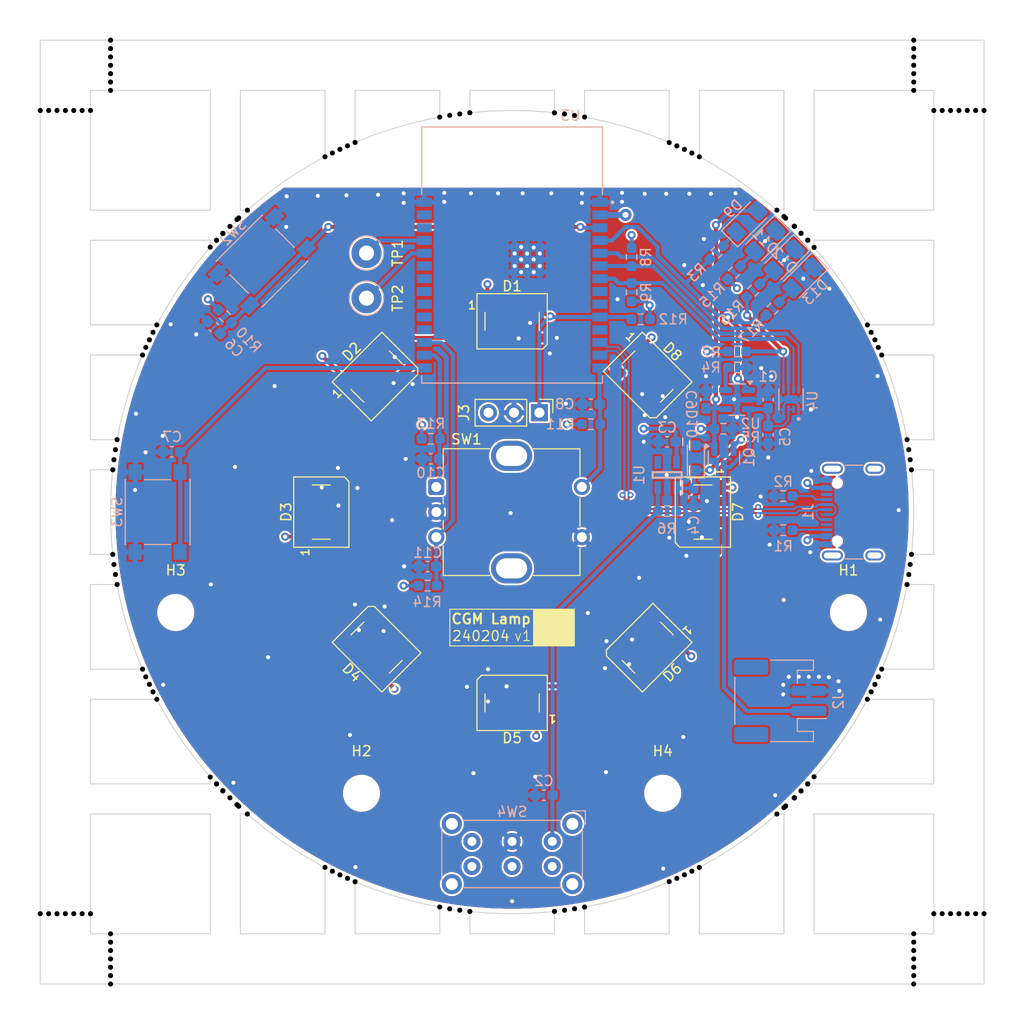
<source format=kicad_pcb>
(kicad_pcb (version 20240108) (generator "pcbnew") (generator_version "8.0")
  (layers (0 "F.Cu" signal) (1 "In1.Cu" signal) (2 "In2.Cu" signal) (31 "B.Cu" signal) (34 "B.Paste" user) (35 "F.Paste" user) (36 "B.SilkS" user "B.Silkscreen") (37 "F.SilkS" user "F.Silkscreen") (38 "B.Mask" user) (39 "F.Mask" user) (44 "Edge.Cuts" user))
  (net 0 "")
  (net 1 "Board_0-+3V3")
  (net 2 "Board_0-/ALERT")
  (net 3 "Board_0-/BOOT")
  (net 4 "Board_0-/CHG")
  (net 5 "Board_0-/D+")
  (net 6 "Board_0-/D-")
  (net 7 "Board_0-/ENC_A")
  (net 8 "Board_0-/ENC_B")
  (net 9 "Board_0-/ENC_BTN")
  (net 10 "Board_0-/ESP_EN")
  (net 11 "Board_0-/IND")
  (net 12 "Board_0-/RGB")
  (net 13 "Board_0-/SCL")
  (net 14 "Board_0-/SDA")
  (net 15 "Board_0-/VBAT")
  (net 16 "Board_0-/VREG_EN")
  (net 17 "Board_0-GND")
  (net 18 "Board_0-Net-(D1-DOUT)")
  (net 19 "Board_0-Net-(D10-K)")
  (net 20 "Board_0-Net-(D11-A)")
  (net 21 "Board_0-Net-(D12-A)")
  (net 22 "Board_0-Net-(D13-A)")
  (net 23 "Board_0-Net-(D2-DOUT)")
  (net 24 "Board_0-Net-(D3-DOUT)")
  (net 25 "Board_0-Net-(D4-DOUT)")
  (net 26 "Board_0-Net-(D5-DOUT)")
  (net 27 "Board_0-Net-(D6-DOUT)")
  (net 28 "Board_0-Net-(D7-DOUT)")
  (net 29 "Board_0-Net-(D9-K)")
  (net 30 "Board_0-Net-(J1-CC1)")
  (net 31 "Board_0-Net-(J1-CC2)")
  (net 32 "Board_0-Net-(U2-PROG)")
  (net 33 "Board_0-Net-(U3-RXD0{slash}GPIO17)")
  (net 34 "Board_0-Net-(U3-TXD0{slash}GPIO16)")
  (net 35 "Board_0-VBUS")
  (net 36 "Board_0-unconnected-(D8-DOUT-Pad2)")
  (net 37 "Board_0-unconnected-(J1-SHIELD-PadS1)")
  (net 38 "Board_0-unconnected-(J1-SHIELD-PadS1)_1")
  (net 39 "Board_0-unconnected-(J1-SHIELD-PadS1)_2")
  (net 40 "Board_0-unconnected-(J1-SHIELD-PadS1)_3")
  (net 41 "Board_0-unconnected-(U1-SNS-Pad4)")
  (net 42 "Board_0-unconnected-(U3-IO0-Pad8)")
  (net 43 "Board_0-unconnected-(U3-IO1-Pad9)")
  (net 44 "Board_0-unconnected-(U3-IO10-Pad11)")
  (net 45 "Board_0-unconnected-(U3-IO15-Pad23)")
  (net 46 "Board_0-unconnected-(U3-IO2-Pad27)")
  (net 47 "Board_0-unconnected-(U3-IO20-Pad18)")
  (net 48 "Board_0-unconnected-(U3-IO21-Pad19)")
  (net 49 "Board_0-unconnected-(U3-IO22-Pad20)")
  (net 50 "Board_0-unconnected-(U3-IO23-Pad21)")
  (net 51 "Board_0-unconnected-(U3-IO3-Pad26)")
  (net 52 "Board_0-unconnected-(U3-NC-Pad22)")
  (footprint "NPTH" (layer "F.Cu") (at 129.859766 31.616155)
    (property "Reference" "KiKit_MB_21_1" (hide yes))
    (property "Value" "NPTH" (hide yes))
  )
  (footprint "NPTH" (layer "F.Cu") (at 119.689758 39.242257)
    (property "Reference" "KiKit_MB_2_1" (hide yes))
    (property "Value" "NPTH" (hide yes))
  )
  (footprint "NPTH" (layer "F.Cu") (at 164.901639 103.468125)
    (property "Reference" "KiKit_MB_32_4" (hide yes))
    (property "Value" "NPTH" (hide yes))
  )
  (footprint "NPTH" (layer "F.Cu") (at 112.730888 49.091586)
    (property "Reference" "KiKit_MB_4_4" (hide yes))
    (property "Value" "NPTH" (hide yes))
  )
  (footprint "NPTH" (layer "F.Cu") (at 108.506119 111.49388)
    (property "Reference" "KiKit_MB_37_4" (hide yes))
    (property "Value" "NPTH" (hide yes))
  )
  (footprint "NPTH" (layer "F.Cu") (at 188.140887 61.779877)
    (property "Reference" "KiKit_MB_14_3" (hide yes))
    (property "Value" "NPTH" (hide yes))
  )
  (footprint "NPTH" (layer "F.Cu") (at 188.493881 23.333334)
    (property "Reference" "KiKit_MB_36_5" (hide yes))
    (property "Value" "NPTH" (hide yes))
  )
  (footprint "NPTH" (layer "F.Cu") (at 184.624799 84.155377)
    (property "Reference" "KiKit_MB_16_3" (hide yes))
    (property "Value" "NPTH" (hide yes))
  )
  (footprint "NPTH" (layer "F.Cu") (at 103.172786 27)
    (property "Reference" "KiKit_MB_39_3" (hide yes))
    (property "Value" "NPTH" (hide yes))
  )
  (footprint "NPTH" (layer "F.Cu") (at 188.493881 20.833334)
    (property "Reference" "KiKit_MB_36_2" (hide yes))
    (property "Value" "NPTH" (hide yes))
  )
  (footprint "NPTH" (layer "F.Cu") (at 177.272086 94.760884)
    (property "Reference" "KiKit_MB_17_2" (hide yes))
    (property "Value" "NPTH" (hide yes))
  )
  (footprint "NPTH" (layer "F.Cu") (at 188.265606 62.783092)
    (property "Reference" "KiKit_MB_14_4" (hide yes))
    (property "Value" "NPTH" (hide yes))
  )
  (footprint "NPTH" (layer "F.Cu") (at 122.130667 36.927697)
    (property "Reference" "KiKit_MB_3_2" (hide yes))
    (property "Value" "NPTH" (hide yes))
  )
  (footprint "NPTH" (layer "F.Cu") (at 188.493881 109.827213)
    (property "Reference" "KiKit_MB_38_2" (hide yes))
    (property "Value" "NPTH" (hide yes))
  )
  (footprint "NPTH" (layer "F.Cu") (at 121.097575 37.851746)
    (property "Reference" "KiKit_MB_2_3" (hide yes))
    (property "Value" "NPTH" (hide yes))
  )
  (footprint "NPTH" (layer "F.Cu") (at 113.114971 85.638485)
    (property "Reference" "KiKit_MB_7_1" (hide yes))
    (property "Value" "NPTH" (hide yes))
  )
  (footprint "NPTH" (layer "F.Cu") (at 131.345341 103.123357)
    (property "Reference" "KiKit_MB_29_3" (hide yes))
    (property "Value" "NPTH" (hide yes))
  )
  (footprint "NPTH" (layer "F.Cu") (at 108.506119 20.833334)
    (property "Reference" "KiKit_MB_35_2" (hide yes))
    (property "Value" "NPTH" (hide yes))
  )
  (footprint "NPTH" (layer "F.Cu") (at 111.691402 51.355395)
    (property "Reference" "KiKit_MB_4_1" (hide yes))
    (property "Value" "NPTH" (hide yes))
  )
  (footprint "NPTH" (layer "F.Cu") (at 190.493881 27)
    (property "Reference" "KiKit_MB_41_1" (hide yes))
    (property "Value" "NPTH" (hide yes))
  )
  (footprint "NPTH" (layer "F.Cu") (at 132.099984 30.521778)
    (property "Reference" "KiKit_MB_21_4" (hide yes))
    (property "Value" "NPTH" (hide yes))
  )
  (footprint "NPTH" (layer "F.Cu") (at 188.493881 22.5)
    (property "Reference" "KiKit_MB_36_4" (hide yes))
    (property "Value" "NPTH" (hide yes))
  )
  (footprint "NPTH" (layer "F.Cu") (at 108.506119 109.827213)
    (property "Reference" "KiKit_MB_37_2" (hide yes))
    (property "Value" "NPTH" (hide yes))
  )
  (footprint "NPTH" (layer "F.Cu") (at 175.738262 37.725732)
    (property "Reference" "KiKit_MB_11_2" (hide yes))
    (property "Value" "NPTH" (hide yes))
  )
  (footprint "NPTH" (layer "F.Cu") (at 119.689758 94.751623)
    (property "Reference" "KiKit_MB_28_1" (hide yes))
    (property "Value" "NPTH" (hide yes))
  )
  (footprint "NPTH" (layer "F.Cu") (at 104.839453 27)
    (property "Reference" "KiKit_MB_39_5" (hide yes))
    (property "Value" "NPTH" (hide yes))
  )
  (footprint "NPTH" (layer "F.Cu") (at 108.506119 113.99388)
    (property "Reference" "KiKit_MB_37_7" (hide yes))
    (property "Value" "NPTH" (hide yes))
  )
  (footprint "NPTH" (layer "F.Cu") (at 188.493881 113.160546)
    (property "Reference" "KiKit_MB_38_6" (hide yes))
    (property "Value" "NPTH" (hide yes))
  )
  (footprint "NPTH" (layer "F.Cu") (at 177.934136 94.073802)
    (property "Reference" "KiKit_MB_33_2" (hide yes))
    (property "Value" "NPTH" (hide yes))
  )
  (footprint "NPTH" (layer "F.Cu") (at 101.506119 106.99388)
    (property "Reference" "KiKit_MB_40_1" (hide yes))
    (property "Value" "NPTH" (hide yes))
  )
  (footprint "NPTH" (layer "F.Cu") (at 119.689758 94.751623)
    (property "Reference" "KiKit_MB_10_1" (hide yes))
    (property "Value" "NPTH" (hide yes))
  )
  (footprint "NPTH" (layer "F.Cu") (at 188.493881 108.99388)
    (property "Reference" "KiKit_MB_38_1" (hide yes))
    (property "Value" "NPTH" (hide yes))
  )
  (footprint "NPTH" (layer "F.Cu") (at 175.567057 37.564801)
    (property "Reference" "KiKit_MB_25_1" (hide yes))
    (property "Value" "NPTH" (hide yes))
  )
  (footprint "LED_SMD:LED_WS2812B_PLCC4_5.0x5.0mm_P3.2mm" (layer "F.Cu") (at 161.993881 53.49694 -45)
    (property "Reference" "D8")
    (property "Value" "WS2812B")
  )
  (footprint "NPTH" (layer "F.Cu") (at 118.432942 40.612885)
    (property "Reference" "KiKit_MB_19_1" (hide yes))
    (property "Value" "NPTH" (hide yes))
  )
  (footprint "LED_SMD:LED_WS2812B_PLCC4_5.0x5.0mm_P3.2mm" (layer "F.Cu") (at 134.993881 80.49694 135)
    (property "Reference" "D4")
    (property "Value" "WS2812B")
  )
  (footprint "NPTH" (layer "F.Cu") (at 101.506119 27)
    (property "Reference" "KiKit_MB_39_1" (hide yes))
    (property "Value" "NPTH" (hide yes))
  )
  (footprint "NPTH" (layer "F.Cu") (at 113.114971 48.355395)
    (property "Reference" "KiKit_MB_4_5" (hide yes))
    (property "Value" "NPTH" (hide yes))
  )
  (footprint "NPTH" (layer "F.Cu") (at 176.602695 38.538295)
    (property "Reference" "KiKit_MB_25_2" (hide yes))
    (property "Value" "NPTH" (hide yes))
  )
  (footprint "NPTH" (layer "F.Cu") (at 108.506119 108.99388)
    (property "Reference" "KiKit_MB_37_1" (hide yes))
    (property "Value" "NPTH" (hide yes))
  )
  (footprint "NPTH" (layer "F.Cu") (at 108.727881 62.783092)
    (property "Reference" "KiKit_MB_5_1" (hide yes))
    (property "Value" "NPTH" (hide yes))
  )
  (footprint "NPTH" (layer "F.Cu") (at 129.859766 102.377725)
    (property "Reference" "KiKit_MB_29_5" (hide yes))
    (property "Value" "NPTH" (hide yes))
  )
  (footprint "MountingHole:MountingHole_3.2mm_M3" (layer "F.Cu") (at 181.993881 76.99694)
    (property "Reference" "H1")
    (property "Value" "MountingHole")
  )
  (footprint "NPTH" (layer "F.Cu") (at 153.717476 106.649853)
    (property "Reference" "KiKit_MB_31_3" (hide yes))
    (property "Value" "NPTH" (hide yes))
  )
  (footprint "NPTH" (layer "F.Cu") (at 193.827214 106.99388)
    (property "Reference" "KiKit_MB_42_5" (hide yes))
    (property "Value" "NPTH" (hide yes))
  )
  (footprint "NPTH" (layer "F.Cu") (at 164.140234 30.19649)
    (property "Reference" "KiKit_MB_24_1" (hide yes))
    (property "Value" "NPTH" (hide yes))
  )
  (footprint "NPTH" (layer "F.Cu") (at 153.717476 27.344027)
    (property "Reference" "KiKit_MB_23_2" (hide yes))
    (property "Value" "NPTH" (hide yes))
  )
  (footprint "Rotary_Encoder:RotaryEncoder_Bourns_Vertical_PEC12R-3x17F-Sxxxx" (layer "F.Cu") (at 140.943881 64.49694)
    (property "Reference" "SW1")
    (property "Value" "RotaryEncoder_Switch_MP")
  )
  (footprint "NPTH" (layer "F.Cu") (at 188.493881 24.166667)
    (property "Reference" "KiKit_MB_36_6" (hide yes))
    (property "Value" "NPTH" (hide yes))
  )
  (footprint "NPTH" (layer "F.Cu") (at 188.493881 111.49388)
    (property "Reference" "KiKit_MB_38_4" (hide yes))
    (property "Value" "NPTH" (hide yes))
  )
  (footprint "NPTH" (layer "F.Cu") (at 108.841756 72.214669)
    (property "Reference" "KiKit_MB_6_3" (hide yes))
    (property "Value" "NPTH" (hide yes))
  )
  (footprint "NPTH" (layer "F.Cu") (at 176.602695 95.455585)
    (property "Reference" "KiKit_MB_34_1" (hide yes))
    (property "Value" "NPTH" (hide yes))
  )
  (footprint "NPTH" (layer "F.Cu") (at 108.506119 23.333334)
    (property "Reference" "KiKit_MB_35_5" (hide yes))
    (property "Value" "NPTH" (hide yes))
  )
  (footprint "NPTH" (layer "F.Cu") (at 141.286589 27.663677)
    (property "Reference" "KiKit_MB_22_1" (hide yes))
    (property "Value" "NPTH" (hide yes))
  )
  (footprint "NPTH" (layer "F.Cu") (at 112.730888 84.902294)
    (property "Reference" "KiKit_MB_7_2" (hide yes))
    (property "Value" "NPTH" (hide yes))
  )
  (footprint "NPTH" (layer "F.Cu") (at 188.140887 72.214003)
    (property "Reference" "KiKit_MB_15_2" (hide yes))
    (property "Value" "NPTH" (hide yes))
  )
  (footprint "NPTH" (layer "F.Cu") (at 177.941477 94.066183)
    (property "Reference" "KiKit_MB_17_1" (hide yes))
    (property "Value" "NPTH" (hide yes))
  )
  (footprint "NPTH" (layer "F.Cu") (at 166.398437 31.240574)
    (property "Reference" "KiKit_MB_24_4" (hide yes))
    (property "Value" "NPTH" (hide yes))
  )
  (footprint "NPTH" (layer "F.Cu") (at 122.130667 97.066183)
    (property "Reference" "KiKit_MB_8_1" (hide yes))
    (property "Value" "NPTH" (hide yes))
  )
  (footprint "LED_SMD:LED_WS2812B_PLCC4_5.0x5.0mm_P3.2mm" (layer "F.Cu") (at 148.493881 85.99694 180)
    (property "Reference" "D5")
    (property "Value" "WS2812B")
  )
  (footprint "NPTH" (layer "F.Cu") (at 184.251921 84.897742)
    (property "Reference" "KiKit_MB_16_4" (hide yes))
    (property "Value" "NPTH" (hide yes))
  )
  (footprint "NPTH" (layer "F.Cu") (at 112.373166 84.152712)
    (property "Reference" "KiKit_MB_7_3" (hide yes))
    (property "Value" "NPTH" (hide yes))
  )
  (footprint "NPTH" (layer "F.Cu") (at 108.506119 113.160546)
    (property "Reference" "KiKit_MB_37_6" (hide yes))
    (property "Value" "NPTH" (hide yes))
  )
  (footprint "NPTH" (layer "F.Cu") (at 176.602695 95.455585)
    (property "Reference" "KiKit_MB_17_3" (hide yes))
    (property "Value" "NPTH" (hide yes))
  )
  (footprint "NPTH" (layer "F.Cu") (at 176.602695 38.538295)
    (property "Reference" "KiKit_MB_26_1" (hide yes))
    (property "Value" "NPTH" (hide yes))
  )
  (footprint "NPTH" (layer "F.Cu") (at 121.097575 37.851746)
    (property "Reference" "KiKit_MB_3_1" (hide yes))
    (property "Value" "NPTH" (hide yes))
  )
  (footprint "NPTH" (layer "F.Cu") (at 192.160547 27)
    (property "Reference" "KiKit_MB_41_3" (hide yes))
    (property "Value" "NPTH" (hide yes))
  )
  (footprint "NPTH" (layer "F.Cu") (at 119.061234 39.927697)
    (property "Reference" "KiKit_MB_1_1" (hide yes))
    (property "Value" "NPTH" (hide yes))
  )
  (footprint "NPTH" (layer "F.Cu") (at 194.660547 106.99388)
    (property "Reference" "KiKit_MB_42_6" (hide yes))
    (property "Value" "NPTH" (hide yes))
  )
  (footprint "NPTH" (layer "F.Cu") (at 119.689758 39.242257)
    (property "Reference" "KiKit_MB_1_2" (hide yes))
    (property "Value" "NPTH" (hide yes))
  )
  (footprint "NPTH" (layer "F.Cu") (at 188.493881 20)
    (property "Reference" "KiKit_MB_36_1" (hide yes))
    (property "Value" "NPTH" (hide yes))
  )
  (footprint "NPTH" (layer "F.Cu") (at 104.006119 27)
    (property "Reference" "KiKit_MB_39_4" (hide yes))
    (property "Value" "NPTH" (hide yes))
  )
  (footprint "NPTH" (layer "F.Cu") (at 187.826943 59.783092)
    (property "Reference" "KiKit_MB_14_1" (hide yes))
    (property "Value" "NPTH" (hide yes))
  )
  (footprint "NPTH" (layer "F.Cu") (at 121.097575 96.142134)
    (property "Reference" "KiKit_MB_9_1" (hide yes))
    (property "Value" "NPTH" (hide yes))
  )
  (footprint "NPTH" (layer "F.Cu") (at 185.303162 51.355395)
    (property "Reference" "KiKit_MB_13_5" (hide yes))
    (property "Value" "NPTH" (hide yes))
  )
  (footprint "NPTH" (layer "F.Cu") (at 108.841756 61.779211)
    (property "Reference" "KiKit_MB_5_2" (hide yes))
    (property "Value" "NPTH" (hide yes))
  )
  (footprint "NPTH" (layer "F.Cu") (at 102.339453 27)
    (property "Reference" "KiKit_MB_39_2" (hide yes))
    (property "Value" "NPTH" (hide yes))
  )
  (footprint "NPTH" (layer "F.Cu") (at 103.172786 106.99388)
    (property "Reference" "KiKit_MB_40_3" (hide yes))
    (property "Value" "NPTH" (hide yes))
  )
  (footprint "NPTH" (layer "F.Cu") (at 183.875647 85.638485)
    (property "Reference" "KiKit_MB_16_5" (hide yes))
    (property "Value" "NPTH" (hide yes))
  )
  (footprint "NPTH" (layer "F.Cu") (at 108.991197 73.214128)
    (property "Reference" "KiKit_MB_6_2" (hide yes))
    (property "Value" "NPTH" (hide yes))
  )
  (footprint "NPTH" (layer "F.Cu") (at 165.654247 103.119823)
    (property "Reference" "KiKit_MB_32_3" (hide yes))
    (property "Value" "NPTH" (hide yes))
  )
  (footprint "NPTH" (layer "F.Cu") (at 105.672786 27)
    (property "Reference" "KiKit_MB_39_6" (hide yes))
    (property "Value" "NPTH" (hide yes))
  )
  (footprint "NPTH" (layer "F.Cu") (at 192.160547 106.99388)
    (property "Reference" "KiKit_MB_42_3" (hide yes))
    (property "Value" "NPTH" (hide yes))
  )
  (footprint "NPTH" (layer "F.Cu") (at 111.691402 82.638485)
    (property "Reference" "KiKit_MB_7_5" (hide yes))
    (property "Value" "NPTH" (hide yes))
  )
  (footprint "LED_SMD:LED_WS2812B_PLCC4_5.0x5.0mm_P3.2mm" (layer "F.Cu") (at 167.493881 66.99694 -90)
    (property "Reference" "D7")
    (property "Value" "WS2812B")
  )
  (footprint "NPTH" (layer "F.Cu") (at 109.156643 59.783092)
    (property "Reference" "KiKit_MB_5_4" (hide yes))
    (property "Value" "NPTH" (hide yes))
  )
  (footprint "NPTH" (layer "F.Cu") (at 188.265606 71.210788)
    (property "Reference" "KiKit_MB_15_1" (hide yes))
    (property "Value" "NPTH" (hide yes))
  )
  (footprint "NPTH" (layer "F.Cu") (at 104.839453 106.99388)
    (property "Reference" "KiKit_MB_40_5" (hide yes))
    (property "Value" "NPTH" (hide yes))
  )
  (footprint "NPTH" (layer "F.Cu") (at 183.875647 48.355395)
    (property "Reference" "KiKit_MB_13_1" (hide yes))
    (property "Value" "NPTH" (hide yes))
  )
  (footprint "NPTH" (layer "F.Cu") (at 193.827214 27)
    (property "Reference" "KiKit_MB_41_5" (hide yes))
    (property "Value" "NPTH" (hide yes))
  )
  (footprint "LED_SMD:LED_WS2812B_PLCC4_5.0x5.0mm_P3.2mm" (layer "F.Cu") (at 129.493881 66.99694 90)
    (property "Reference" "D3")
    (property "Value" "WS2812B")
  )
  (footprint "MountingHole:MountingHole_3.2mm_M3" (layer "F.Cu") (at 163.493881 94.99694)
    (property "Reference" "H4")
    (property "Value" "MountingHole")
  )
  (footprint "NPTH" (layer "F.Cu") (at 155.713411 106.336303)
    (property "Reference" "KiKit_MB_31_1" (hide yes))
    (property "Value" "NPTH" (hide yes))
  )
  (footprint "NPTH" (layer "F.Cu") (at 143.283562 27.349493)
    (property "Reference" "KiKit_MB_22_3" (hide yes))
    (property "Value" "NPTH" (hide yes))
  )
  (footprint "NPTH" (layer "F.Cu") (at 177.268415 39.229186)
    (property "Reference" "KiKit_MB_26_2" (hide yes))
    (property "Value" "NPTH" (hide yes))
  )
  (footprint "NPTH" (layer "F.Cu") (at 108.506119 25)
    (property "Reference" "KiKit_MB_35_7" (hide yes))
    (property "Value" "NPTH" (hide yes))
  )
  (footprint "NPTH" (layer "F.Cu") (at 118.432942 93.380995)
    (property "Reference" "KiKit_MB_28_3" (hide yes))
    (property "Value" "NPTH" (hide yes))
  )
  (footprint "NPTH" (layer "F.Cu") (at 108.506119 112.327213)
    (property "Reference" "KiKit_MB_37_5" (hide yes))
    (property "Value" "NPTH" (hide yes))
  )
  (footprint "NPTH" (layer "F.Cu") (at 112.015444 83.40313)
    (property "Reference" "KiKit_MB_7_4" (hide yes))
    (property "Value" "NPTH" (hide yes))
  )
  (footprint "MountingHole:MountingHole_3.2mm_M3" (layer "F.Cu") (at 133.493881 94.99694)
    (property "Reference" "H2")
    (property "Value" "MountingHole")
  )
  (footprint "NPTH" (layer "F.Cu") (at 177.268415 94.764694)
    (property "Reference" "KiKit_MB_33_3" (hide yes))
    (property "Value" "NPTH" (hide yes))
  )
  (footprint "NPTH" (layer "F.Cu") (at 188.493881 110.660546)
    (property "Reference" "KiKit_MB_38_3" (hide yes))
    (property "Value" "NPTH" (hide yes))
  )
  (footprint "NPTH" (layer "F.Cu") (at 176.602695 95.455585)
    (property "Reference" "KiKit_MB_33_4" (hide yes))
    (property "Value" "NPTH" (hide yes))
  )
  (footprint "NPTH" (layer "F.Cu") (at 177.941477 39.927697)
    (property "Reference" "KiKit_MB_12_3" (hide yes))
    (property "Value" "NPTH" (hide yes))
  )
  (footprint "MountingHole:MountingHole_3.2mm_M3" (layer "F.Cu") (at 114.993881 76.99694)
    (property "Reference" "H3")
    (property "Value" "MountingHole")
  )
  (footprint "LED_SMD:LED_WS2812B_PLCC4_5.0x5.0mm_P3.2mm" (layer "F.Cu") (at 134.993881 53.49694 45)
    (property "Reference" "D2")
    (property "Value" "WS2812B")
  )
  (footprint "NPTH" (layer "F.Cu") (at 121.265259 37.701761)
    (property "Reference" "KiKit_MB_20_1" (hide yes))
    (property "Value" "NPTH" (hide yes))
  )
  (footprint "NPTH" (layer "F.Cu") (at 109.156643 74.210788)
    (property "Reference" "KiKit_MB_6_1" (hide yes))
    (property "Value" "NPTH" (hide yes))
  )
  (footprint "NPTH" (layer "F.Cu") (at 188.493881 113.99388)
    (property "Reference" "KiKit_MB_38_7" (hide yes))
    (property "Value" "NPTH" (hide yes))
  )
  (footprint "NPTH" (layer "F.Cu") (at 178.567057 93.352835)
    (property "Reference" "KiKit_MB_33_1" (hide yes))
    (property "Value" "NPTH" (hide yes))
  )
  (footprint "NPTH" (layer "F.Cu") (at 176.602695 38.538295)
    (property "Reference" "KiKit_MB_12_1" (hide yes))
    (property "Value" "NPTH" (hide yes))
  )
  (footprint "NPTH" (layer "F.Cu") (at 187.826943 74.210788)
    (property "Reference" "KiKit_MB_15_4" (hide yes))
    (property "Value" "NPTH" (hide yes))
  )
  (footprint "NPTH" (layer "F.Cu") (at 108.506119 24.166667)
    (property "Reference" "KiKit_MB_35_6" (hide yes))
    (property "Value" "NPTH" (hide yes))
  )
  (footprint "NPTH" (layer "F.Cu") (at 191.327214 27)
    (property "Reference" "KiKit_MB_41_2" (hide yes))
    (property "Value" "NPTH" (hide yes))
  )
  (footprint "NPTH" (layer "F.Cu") (at 112.373166 49.841168)
    (property "Reference" "KiKit_MB_4_3" (hide yes))
    (property "Value" "NPTH" (hide yes))
  )
  (footprint "NPTH" (layer "F.Cu") (at 120.393666 38.547001)
    (property "Reference" "KiKit_MB_2_2" (hide yes))
    (property "Value" "NPTH" (hide yes))
  )
  (footprint "NPTH" (layer "F.Cu") (at 108.991197 60.779752)
    (property "Reference" "KiKit_MB_5_3" (hide yes))
    (property "Value" "NPTH" (hide yes))
  )
  (footprint "NPTH" (layer "F.Cu") (at 106.506119 106.99388)
    (property "Reference" "KiKit_MB_40_7" (hide yes))
    (property "Value" "NPTH" (hide yes))
  )
  (footprint "NPTH" (layer "F.Cu") (at 177.934136 39.920078)
    (property "Reference" "KiKit_MB_26_3" (hide yes))
    (property "Value" "NPTH" (hide yes))
  )
  (footprint "NPTH" (layer "F.Cu") (at 108.506119 20)
    (property "Reference" "KiKit_MB_35_1" (hide yes))
    (property "Value" "NPTH" (hide yes))
  )
  (footprint "NPTH" (layer "F.Cu") (at 108.727881 71.210788)
    (property "Reference" "KiKit_MB_6_4" (hide yes))
    (property "Value" "NPTH" (hide yes))
  )
  (footprint "NPTH" (layer "F.Cu") (at 165.654247 30.874057)
    (property "Reference" "KiKit_MB_24_3" (hide yes))
    (property "Value" "NPTH" (hide yes))
  )
  (footprint "NPTH" (layer "F.Cu") (at 132.859766 103.808962)
    (property "Reference" "KiKit_MB_29_1" (hide yes))
    (property "Value" "NPTH" (hide yes))
  )
  (footprint "NPTH" (layer "F.Cu") (at 176.602695 38.538295)
    (property "Reference" "KiKit_MB_11_3" (hide yes))
    (property "Value" "NPTH" (hide yes))
  )
  (footprint "NPTH" (layer "F.Cu") (at 167.140234 102.38222)
    (property "Reference" "KiKit_MB_32_1" (hide yes))
    (property "Value" "NPTH" (hide yes))
  )
  (footprint "NPTH" (layer "F.Cu") (at 106.506119 27)
    (property "Reference" "KiKit_MB_39_7" (hide yes))
    (property "Value" "NPTH" (hide yes))
  )
  (footprint "NPTH" (layer "F.Cu") (at 152.713411 27.231794)
    (property "Reference" "KiKit_MB_23_1" (hide yes))
    (property "Value" "NPTH" (hide yes))
  )
  (footprint "NPTH" (layer "F.Cu") (at 188.493881 21.666667)
    (property "Reference" "KiKit_MB_36_3" (hide yes))
    (property "Value" "NPTH" (hide yes))
  )
  (footprint "NPTH" (layer "F.Cu") (at 164.140234 103.79739)
    (property "Reference" "KiKit_MB_32_5" (hide yes))
    (property "Value" "NPTH" (hide yes))
  )
  (footprint "NPTH" (layer "F.Cu") (at 130.596239 102.763362)
    (property "Reference" "KiKit_MB_29_4" (hide yes))
    (property "Value" "NPTH" (hide yes))
  )
  (footprint "NPTH" (layer "F.Cu") (at 164.901639 30.525755)
    (property "Reference" "KiKit_MB_24_2" (hide yes))
    (property "Value" "NPTH" (hide yes))
  )
  (footprint "NPTH" (layer "F.Cu") (at 174.860833 97.066183)
    (property "Reference" "KiKit_MB_18_3" (hide yes))
    (property "Value" "NPTH" (hide yes))
  )
  (footprint "NPTH" (layer "F.Cu") (at 108.506119 22.5)
    (property "Reference" "KiKit_MB_35_4" (hide yes))
    (property "Value" "NPTH" (hide yes))
  )
  (footprint "NPTH" (layer "F.Cu") (at 177.272086 39.232996)
    (property "Reference" "KiKit_MB_12_2" (hide yes))
    (property "Value" "NPTH" (hide yes))
  )
  (footprint "NPTH" (layer "F.Cu") (at 184.251921 49.096138)
    (property "Reference" "KiKit_MB_13_2" (hide yes))
    (property "Value" "NPTH" (hide yes))
  )
  (footprint "NPTH" (layer "F.Cu") (at 167.140234 31.61166)
    (property "Reference" "KiKit_MB_24_5" (hide yes))
    (property "Value" "NPTH" (hide yes))
  )
  (footprint "NPTH" (layer "F.Cu") (at 191.327214 106.99388)
    (property "Reference" "KiKit_MB_42_2" (hide yes))
    (property "Value" "NPTH" (hide yes))
  )
  (footprint "NPTH" (layer "F.Cu") (at 144.286589 27.224012)
    (property "Reference" "KiKit_MB_22_4" (hide yes))
    (property "Value" "NPTH" (hide yes))
  )
  (footprint "NPTH" (layer "F.Cu") (at 119.06135 94.066309)
    (property "Reference" "KiKit_MB_28_2" (hide yes))
    (property "Value" "NPTH" (hide yes))
  )
  (footprint "LED_SMD:LED_WS2812B_PLCC4_5.0x5.0mm_P3.2mm" (layer "F.Cu") (at 148.493881 47.99694)
    (property "Reference" "D1")
    (property "Value" "WS2812B")
  )
  (footprint "NPTH" (layer "F.Cu") (at 132.099984 103.472102)
    (property "Reference" "KiKit_MB_29_2" (hide yes))
    (property "Value" "NPTH" (hide yes))
  )
  (footprint "NPTH" (layer "F.Cu") (at 154.716125 106.498053)
    (property "Reference" "KiKit_MB_31_2" (hide yes))
    (property "Value" "NPTH" (hide yes))
  )
  (footprint "NPTH" (layer "F.Cu") (at 119.689758 39.242257)
    (property "Reference" "KiKit_MB_19_3" (hide yes))
    (property "Value" "NPTH" (hide yes))
  )
  (footprint "NPTH" (layer "F.Cu") (at 102.339453 106.99388)
    (property "Reference" "KiKit_MB_40_2" (hide yes))
    (property "Value" "NPTH" (hide yes))
  )
  (footprint "NPTH" (layer "F.Cu") (at 144.286589 106.769868)
    (property "Reference" "KiKit_MB_30_1" (hide yes))
    (property "Value" "NPTH" (hide yes))
  )
  (footprint "NPTH" (layer "F.Cu") (at 112.015444 50.59075)
    (property "Reference" "KiKit_MB_4_2" (hide yes))
    (property "Value" "NPTH" (hide yes))
  )
  (footprint "NPTH" (layer "F.Cu") (at 120.393666 95.446879)
    (property "Reference" "KiKit_MB_9_2" (hide yes))
    (property "Value" "NPTH" (hide yes))
  )
  (footprint "NPTH" (layer "F.Cu") (at 132.859766 30.184918)
    (property "Reference" "KiKit_MB_21_5" (hide yes))
    (property "Value" "NPTH" (hide yes))
  )
  (footprint "NPTH" (layer "F.Cu") (at 154.716125 27.495827)
    (property "Reference" "KiKit_MB_23_3" (hide yes))
    (property "Value" "NPTH" (hide yes))
  )
  (footprint "NPTH" (layer "F.Cu") (at 184.624799 49.838503)
    (property "Reference" "KiKit_MB_13_3" (hide yes))
    (property "Value" "NPTH" (hide yes))
  )
  (footprint "NPTH" (layer "F.Cu") (at 188.001122 60.778912)
    (property "Reference" "KiKit_MB_14_2" (hide yes))
    (property "Value" "NPTH" (hide yes))
  )
  (footprint "NPTH" (layer "F.Cu") (at 108.506119 21.666667)
    (property "Reference" "KiKit_MB_35_3" (hide yes))
    (property "Value" "NPTH" (hide yes))
  )
  (footprint "NPTH" (layer "F.Cu") (at 188.001122 73.214968)
    (property "Reference" "KiKit_MB_15_3" (hide yes))
    (property "Value" "NPTH" (hide yes))
  )
  (footprint "NPTH" (layer "F.Cu") (at 119.061234 94.066183)
    (property "Reference" "KiKit_MB_10_2" (hide yes))
    (property "Value" "NPTH" (hide yes))
  )
  (footprint "NPTH" (layer "F.Cu") (at 121.265259 96.292119)
    (property "Reference" "KiKit_MB_27_1" (hide yes))
    (property "Value" "NPTH" (hide yes))
  )
  (footprint "NPTH" (layer "F.Cu") (at 176.602695 95.455585)
    (property "Reference" "KiKit_MB_18_1" (hide yes))
    (property "Value" "NPTH" (hide yes))
  )
  (footprint "NPTH" (layer "F.Cu") (at 105.672786 106.99388)
    (property "Reference" "KiKit_MB_40_6" (hide yes))
    (property "Value" "NPTH" (hide yes))
  )
  (footprint "NPTH" (layer "F.Cu") (at 188.493881 25)
    (property "Reference" "KiKit_MB_36_7" (hide yes))
    (property "Value" "NPTH" (hide yes))
  )
  (footprint "NPTH" (layer "F.Cu") (at 190.493881 106.99388)
    (property "Reference" "KiKit_MB_42_1" (hide yes))
    (property "Value" "NPTH" (hide yes))
  )
  (footprint "NPTH" (layer "F.Cu") (at 188.493881 112.327213)
    (property "Reference" "KiKit_MB_38_5" (hide yes))
    (property "Value" "NPTH" (hide yes))
  )
  (footprint "NPTH" (layer "F.Cu") (at 195.493881 27)
    (property "Reference" "KiKit_MB_41_7" (hide yes))
    (property "Value" "NPTH" (hide yes))
  )
  (footprint "NPTH" (layer "F.Cu") (at 131.345341 30.870523)
    (property "Reference" "KiKit_MB_21_3" (hide yes))
    (property "Value" "NPTH" (hide yes))
  )
  (footprint "NPTH" (layer "F.Cu") (at 119.06135 39.927571)
    (property "Reference" "KiKit_MB_19_2" (hide yes))
    (property "Value" "NPTH" (hide yes))
  )
  (footprint "Connector_PinHeader_2.54mm:PinHeader_1x03_P2.54mm_Vertical" (layer "F.Cu") (at 151.218881 57.09694 -90)
    (property "Reference" "J3")
    (property "Value" "DNP" (hide yes))
  )
  (footprint "NPTH" (layer "F.Cu") (at 166.398437 102.753306)
    (property "Reference" "KiKit_MB_32_2" (hide yes))
    (property "Value" "NPTH" (hide yes))
  )
  (footprint "NPTH" (layer "F.Cu") (at 184.963981 83.396931)
    (property "Reference" "KiKit_MB_16_2" (hide yes))
    (property "Value" "NPTH" (hide yes))
  )
  (footprint "NPTH" (layer "F.Cu") (at 192.993881 27)
    (property "Reference" "KiKit_MB_41_4" (hide yes))
    (property "Value" "NPTH" (hide yes))
  )
  (footprint "NPTH" (layer "F.Cu") (at 152.713411 106.762086)
    (property "Reference" "KiKit_MB_31_4" (hide yes))
    (property "Value" "NPTH" (hide yes))
  )
  (footprint "NPTH" (layer "F.Cu") (at 119.689758 94.751623)
    (property "Reference" "KiKit_MB_9_3" (hide yes))
    (property "Value" "NPTH" (hide yes))
  )
  (footprint "NPTH" (layer "F.Cu") (at 175.738262 96.268148)
    (property "Reference" "KiKit_MB_18_2" (hide yes))
    (property "Value" "NPTH" (hide yes))
  )
  (footprint "NPTH" (layer "F.Cu") (at 194.660547 27)
    (property "Reference" "KiKit_MB_41_6" (hide yes))
    (property "Value" "NPTH" (hide yes))
  )
  (footprint "NPTH" (layer "F.Cu") (at 192.993881 106.99388)
    (property "Reference" "KiKit_MB_42_4" (hide yes))
    (property "Value" "NPTH" (hide yes))
  )
  (footprint "NPTH" (layer "F.Cu") (at 130.596239 31.230518)
    (property "Reference" "KiKit_MB_21_2" (hide yes))
    (property "Value" "NPTH" (hide yes))
  )
  (footprint "NPTH" (layer "F.Cu") (at 155.713411 27.657577)
    (property "Reference" "KiKit_MB_23_4" (hide yes))
    (property "Value" "NPTH" (hide yes))
  )
  (footprint "NPTH" (layer "F.Cu") (at 142.281839 106.507252)
    (property "Reference" "KiKit_MB_30_3" (hide yes))
    (property "Value" "NPTH" (hide yes))
  )
  (footprint "NPTH" (layer "F.Cu") (at 195.493881 106.99388)
    (property "Reference" "KiKit_MB_42_7" (hide yes))
    (property "Value" "NPTH" (hide yes))
  )
  (footprint "NPTH" (layer "F.Cu") (at 175.567057 96.429079)
    (property "Reference" "KiKit_MB_34_2" (hide yes))
    (property "Value" "NPTH" (hide yes))
  )
  (footprint "NPTH" (layer "F.Cu") (at 108.506119 110.660546)
    (property "Reference" "KiKit_MB_37_3" (hide yes))
    (property "Value" "NPTH" (hide yes))
  )
  (footprint "NPTH" (layer "F.Cu") (at 104.006119 106.99388)
    (property "Reference" "KiKit_MB_40_4" (hide yes))
    (property "Value" "NPTH" (hide yes))
  )
  (footprint "NPTH" (layer "F.Cu") (at 142.281839 27.486628)
    (property "Reference" "KiKit_MB_22_2" (hide yes))
    (property "Value" "NPTH" (hide yes))
  )
  (footprint "NPTH" (layer "F.Cu") (at 121.097575 96.142134)
    (property "Reference" "KiKit_MB_8_2" (hide yes))
    (property "Value" "NPTH" (hide yes))
  )
  (footprint "LED_SMD:LED_WS2812B_PLCC4_5.0x5.0mm_P3.2mm" (layer "F.Cu") (at 161.993881 80.49694 -135)
    (property "Reference" "D6")
    (property "Value" "WS2812B")
  )
  (footprint "NPTH" (layer "F.Cu") (at 178.567057 40.641045)
    (property "Reference" "KiKit_MB_26_4" (hide yes))
    (property "Value" "NPTH" (hide yes))
  )
  (footprint "NPTH" (layer "F.Cu") (at 141.286589 106.330203)
    (property "Reference" "KiKit_MB_30_4" (hide yes))
    (property "Value" "NPTH" (hide yes))
  )
  (footprint "NPTH" (layer "F.Cu") (at 184.963981 50.596949)
    (property "Reference" "KiKit_MB_13_4" (hide yes))
    (property "Value" "NPTH" (hide yes))
  )
  (footprint "NPTH" (layer "F.Cu") (at 185.303162 82.638485)
    (property "Reference" "KiKit_MB_16_1" (hide yes))
    (property "Value" "NPTH" (hide yes))
  )
  (footprint "NPTH" (layer "F.Cu") (at 143.283562 106.644387)
    (property "Reference" "KiKit_MB_30_2" (hide yes))
    (property "Value" "NPTH" (hide yes))
  )
  (footprint "NPTH" (layer "F.Cu") (at 174.860833 36.927697)
    (property "Reference" "KiKit_MB_11_1" (hide yes))
    (property "Value" "NPTH" (hide yes))
  )
  (footprint "Resistor_SMD:R_0603_1608Metric_Pad0.98x0.95mm_HandSolder" (layer "B.Cu") (at 169.543881 58.69694)
    (property "Reference" "R5")
    (property "Value" "100k")
  )
  (footprint "SnapEDA:SOT94P280X100-5N" (layer "B.Cu") (at 163.931381 63.29694 90)
    (property "Reference" "U1")
    (property "Value" "RT9080-33GJ5" (hide yes))
  )
  (footprint "Resistor_SMD:R_0603_1608Metric_Pad0.98x0.95mm_HandSolder" (layer "B.Cu") (at 140.393881 59.69694)
    (property "Reference" "R13")
    (property "Value" "100k")
  )
  (footprint "TestPoint:TestPoint_Loop_D2.54mm_Drill1.5mm_Beaded" (layer "B.Cu") (at 133.993881 45.69694 180)
    (property "Reference" "TP2")
    (property "Value" "TestPoint")
  )
  (footprint "Resistor_SMD:R_0603_1608Metric_Pad0.98x0.95mm_HandSolder" (layer "B.Cu") (at 175.493881 65.39694 180)
    (property "Reference" "R2")
    (property "Value" "5.1k 1%")
  )
  (footprint "Capacitor_SMD:C_0603_1608Metric_Pad1.08x0.95mm_HandSolder" (layer "B.Cu") (at 114.593881 60.99694 180)
    (property "Reference" "C7")
    (property "Value" "0.1u")
  )
  (footprint "Capacitor_SMD:C_0603_1608Metric_Pad1.08x0.95mm_HandSolder" (layer "B.Cu") (at 140.393881 61.69694)
    (property "Reference" "C10")
    (property "Value" "0.1u")
  )
  (footprint "Resistor_SMD:R_0603_1608Metric_Pad0.98x0.95mm_HandSolder" (layer "B.Cu") (at 140.081381 74.32194)
    (property "Reference" "R14")
    (property "Value" "100k")
  )
  (footprint "Resistor_SMD:R_0603_1608Metric_Pad0.98x0.95mm_HandSolder" (layer "B.Cu") (at 172.495702 44.945119 -135)
    (property "Reference" "R16")
    (property "Value" "10k")
  )
  (footprint "Resistor_SMD:R_0603_1608Metric_Pad0.98x0.95mm_HandSolder" (layer "B.Cu") (at 156.343881 58.24694 180)
    (property "Reference" "R11")
    (property "Value" "100k")
  )
  (footprint "Package_TO_SOT_SMD:SOT-23-5" (layer "B.Cu") (at 170.893881 55.79694 180)
    (property "Reference" "U2")
    (property "Value" "MCP73831-2-OT")
  )
  (footprint "Resistor_SMD:R_0603_1608Metric_Pad0.98x0.95mm_HandSolder" (layer "B.Cu") (at 170.893881 50.99694)
    (property "Reference" "R7")
    (property "Value" "100k")
  )
  (footprint "Resistor_SMD:R_0603_1608Metric_Pad0.98x0.95mm_HandSolder" (layer "B.Cu") (at 170.893881 52.59694 180)
    (property "Reference" "R4")
    (property "Value" "4.7k")
  )
  (footprint "Capacitor_SMD:C_0603_1608Metric_Pad1.08x0.95mm_HandSolder" (layer "B.Cu") (at 173.993881 55.79694 90)
    (property "Reference" "C1")
    (property "Value" "4.7u")
  )
  (footprint "SnapEDA:XCVR_ESP32-C6-WROOM-1-N8" (layer "B.Cu") (at 148.493881 41.39694 180)
    (property "Reference" "U3")
    (property "Value" "ESP32-C6-WROOM-1-N8")
  )
  (footprint "LED_SMD:LED_1206_3216Metric_Pad1.42x1.75mm_HandSolder" (layer "B.Cu") (at 177.445702 43.695119 -135)
    (property "Reference" "D13")
    (property "Value" "Green")
  )
  (footprint "Connector_USB:USB_C_Receptacle_GCT_USB4105-xx-A_16P_TopMnt_Horizontal" (layer "B.Cu") (at 183.493881 66.99694 -90)
    (property "Reference" "J1")
    (property "Value" "USB_C_Receptacle_USB2.0_14P")
  )
  (footprint "Resistor_SMD:R_0603_1608Metric_Pad0.98x0.95mm_HandSolder" (layer "B.Cu") (at 160.393881 45.09694 -90)
    (property "Reference" "R9")
    (property "Value" "4.7k")
  )
  (footprint "Capacitor_SMD:C_0603_1608Metric_Pad1.08x0.95mm_HandSolder" (layer "B.Cu") (at 163.931381 59.99694 180)
    (property "Reference" "C3")
    (property "Value" "2.2u")
  )
  (footprint "Button_Switch_SMD:SW_SPST_PTS645" (layer "B.Cu") (at 123.593881 41.99694 -135)
    (property "Reference" "SW2")
    (property "Value" "SW_Push")
  )
  (footprint "LED_SMD:LED_1206_3216Metric_Pad1.42x1.75mm_HandSolder" (layer "B.Cu") (at 171.895702 38.045119 45)
    (property "Reference" "D9")
    (property "Value" "Yellow")
  )
  (footprint "Capacitor_SMD:C_0603_1608Metric_Pad1.08x0.95mm_HandSolder" (layer "B.Cu") (at 140.081381 72.42194)
    (property "Reference" "C11")
    (property "Value" "0.1u")
  )
  (footprint "Capacitor_SMD:C_0603_1608Metric_Pad1.08x0.95mm_HandSolder" (layer "B.Cu") (at 173.981381 59.29694 -90)
    (property "Reference" "C5")
    (property "Value" "0.1u")
  )
  (footprint "Capacitor_SMD:C_0603_1608Metric_Pad1.08x0.95mm_HandSolder" (layer "B.Cu") (at 151.656382 95.19694 180)
    (property "Reference" "C2")
    (property "Value" "0.1u")
  )
  (footprint "Resistor_SMD:R_0603_1608Metric_Pad0.98x0.95mm_HandSolder" (layer "B.Cu") (at 161.293881 47.79694 180)
    (property "Reference" "R12")
    (property "Value" "100k")
  )
  (footprint "Package_TO_SOT_SMD:SOT-23" (layer "B.Cu") (at 169.593881 61.59694 -90)
    (property "Reference" "Q1")
    (property "Value" "DMG2305")
  )
  (footprint "Resistor_SMD:R_0603_1608Metric_Pad0.98x0.95mm_HandSolder" (layer "B.Cu") (at 170.595702 43.145119 -135)
    (property "Reference" "R15")
    (property "Value" "10k")
  )
  (footprint "Resistor_SMD:R_0603_1608Metric_Pad0.98x0.95mm_HandSolder" (layer "B.Cu") (at 174.445702 46.745119 -135)
    (property "Reference" "R17")
    (property "Value" "10k")
  )
  (footprint "TestPoint:TestPoint_Loop_D2.54mm_Drill1.5mm_Beaded" (layer "B.Cu") (at 133.993881 41.19694 180)
    (property "Reference" "TP1")
    (property "Value" "TestPoint")
  )
  (footprint "Capacitor_SMD:C_0603_1608Metric_Pad1.08x0.95mm_HandSolder" (layer "B.Cu") (at 118.793881 48.59694 135)
    (property "Reference" "C6")
    (property "Value" "0.1u")
  )
  (footprint "Button_Switch_THT:SW_E-Switch_EG2219_DPDT_Angled" (layer "B.Cu") (at 152.493881 99.79694 180)
    (property "Reference" "SW4")
    (property "Value" "SW_SPST")
  )
  (footprint "Resistor_SMD:R_0603_1608Metric_Pad0.98x0.95mm_HandSolder" (layer "B.Cu") (at 175.493881 68.79694 180)
    (property "Reference" "R1")
    (property "Value" "5.1k 1%")
  )
  (footprint "Diode_SMD:D_SOD-323_HandSoldering" (layer "B.Cu") (at 166.793881 61.59694 90)
    (property "Reference" "D10")
    (property "Value" "BAT20J")
  )
  (footprint "Button_Switch_SMD:SW_SPST_PTS645" (layer "B.Cu") (at 113.193881 66.99694 -90)
    (property "Reference" "SW3")
    (property "Value" "SW_Push")
  )
  (footprint "Capacitor_SMD:C_0603_1608Metric_Pad1.08x0.95mm_HandSolder" (layer "B.Cu") (at 167.793881 55.79694 90)
    (property "Reference" "C9")
    (property "Value" "4.7u")
  )
  (footprint "Resistor_SMD:R_0603_1608Metric_Pad0.98x0.95mm_HandSolder" (layer "B.Cu") (at 168.845702 41.145119 -135)
    (property "Reference" "R3")
    (property "Value" "4.7k")
  )
  (footprint "LED_SMD:LED_1206_3216Metric_Pad1.42x1.75mm_HandSolder" (layer "B.Cu") (at 173.695702 39.995119 -135)
    (property "Reference" "D11")
    (property "Value" "Red")
  )
  (footprint "Capacitor_SMD:C_0603_1608Metric_Pad1.08x0.95mm_HandSolder" (layer "B.Cu") (at 166.593881 65.49694 -90)
    (property "Reference" "C4")
    (property "Value" "2.2u")
  )
  (footprint "SnapEDA:SON50P200X200X80-9N" (layer "B.Cu") (at 176.274095 55.777154 90)
    (property "Reference" "U4")
    (property "Value" "MAX17048G_T10")
  )
  (footprint "Resistor_SMD:R_0603_1608Metric_Pad0.98x0.95mm_HandSolder" (layer "B.Cu") (at 160.393881 41.59694 90)
    (property "Reference" "R8")
    (property "Value" "4.7k")
  )
  (footprint "Connector_JST:JST_PH_S2B-PH-SM4-TB_1x02-1MP_P2.00mm_Horizontal" (layer "B.Cu") (at 175.193881 85.79694 90)
    (property "Reference" "J2")
    (property "Value" "Conn_01x02")
  )
  (footprint "Capacitor_SMD:C_0603_1608Metric_Pad1.08x0.95mm_HandSolder" (layer "B.Cu") (at 156.343881 56.24694)
    (property "Reference" "C8")
    (property "Value" "0.1u")
  )
  (footprint "Resistor_SMD:R_0603_1608Metric_Pad0.98x0.95mm_HandSolder" (layer "B.Cu") (at 163.931381 66.89694 180)
    (property "Reference" "R6")
    (property "Value" "100k")
  )
  (footprint "Resistor_SMD:R_0603_1608Metric_Pad0.98x0.95mm_HandSolder" (layer "B.Cu") (at 119.893881 47.49694 135)
    (property "Reference" "R10")
    (property "Value" "100k")
  )
  (footprint "LED_SMD:LED_1206_3216Metric_Pad1.42x1.75mm_HandSolder" (layer "B.Cu") (at 175.595702 41.895119 -135)
    (property "Reference" "D12")
    (property "Value" "Amber")
  )
  (gr_rect (start 150.643881 76.67194) (end 154.693881 80.32194) (stroke (width 0.1)) (fill solid) (layer "F.SilkS"))
  (gr_rect (start 142.293881 76.67194) (end 150.643881 80.32194) (stroke (width 0.1)) (fill none) (layer "F.SilkS"))
  (gr_line (start 106.506119 108.99388) (end 106.506119 97.066183) (stroke (width 0.1)) (layer "Edge.Cuts"))
  (gr_line (start 179.276533 92.539615) (end 180.502048 90.986045) (stroke (width 0.1)) (layer "Edge.Cuts"))
  (gr_line (start 187.276275 57.202764) (end 186.744463 55.296815) (stroke (width 0.1)) (layer "Edge.Cuts"))
  (gr_line (start 146.021762 27.073405) (end 144.286588 27.224011) (stroke (width 0.1)) (layer "Edge.Cuts"))
  (gr_line (start 132.859765 103.808962) (end 134.452122 104.451299) (stroke (width 0.1)) (layer "Edge.Cuts"))
  (gr_line (start 168.778835 101.471867) (end 170.458928 100.426517) (stroke (width 0.1)) (layer "Edge.Cuts"))
  (gr_line (start 190.493881 74.210788) (end 190.493881 82.638485) (stroke (width 0.1)) (layer "Edge.Cuts"))
  (gr_line (start 129.859765 31.616154) (end 129.06785 32.030823) (stroke (width 0.1)) (layer "Edge.Cuts"))
  (gr_line (start 113.11497 48.355394) (end 106.506119 48.355394) (stroke (width 0.1)) (layer "Edge.Cuts"))
  (gr_line (start 149.977757 27.024473) (end 147.999154 26.999999) (stroke (width 0.1)) (layer "Edge.Cuts"))
  (gr_line (start 113.770702 47.139928) (end 113.11497 48.355394) (stroke (width 0.1)) (layer "Edge.Cuts"))
  (gr_line (start 110.544396 54.354288) (end 109.965604 56.2465) (stroke (width 0.1)) (layer "Edge.Cuts"))
  (gr_line (start 152.713411 25) (end 152.713411 27.231793) (stroke (width 0.1)) (layer "Edge.Cuts"))
  (gr_line (start 181.649234 44.62011) (end 180.502048 43.007834) (stroke (width 0.1)) (layer "Edge.Cuts"))
  (gr_line (start 101.506119 113.99388) (end 195.493881 113.99388) (stroke (width 0.1)) (layer "Edge.Cuts"))
  (gr_line (start 106.506119 71.210788) (end 106.506119 62.783091) (stroke (width 0.1)) (layer "Edge.Cuts"))
  (gr_line (start 167.140234 102.38222) (end 168.778835 101.471867) (stroke (width 0.1)) (layer "Edge.Cuts"))
  (gr_line (start 180.502048 90.986045) (end 181.649234 89.373769) (stroke (width 0.1)) (layer "Edge.Cuts"))
  (gr_line (start 129.06785 101.963056) (end 129.859765 102.377725) (stroke (width 0.1)) (layer "Edge.Cuts"))
  (gr_line (start 190.493881 59.783091) (end 187.826943 59.783091) (stroke (width 0.1)) (layer "Edge.Cuts"))
  (gr_line (start 118.352429 40.700687) (end 117.088862 42.22347) (stroke (width 0.1)) (layer "Edge.Cuts"))
  (gr_line (start 186.744463 55.296815) (end 186.119046 53.419497) (stroke (width 0.1)) (layer "Edge.Cuts"))
  (gr_line (start 178.567057 93.352835) (end 179.276533 92.539615) (stroke (width 0.1)) (layer "Edge.Cuts"))
  (gr_line (start 178.567057 94.066183) (end 178.567057 93.352835) (stroke (width 0.1)) (layer "Edge.Cuts"))
  (gr_line (start 113.11497 85.638485) (end 113.770702 86.853951) (stroke (width 0.1)) (layer "Edge.Cuts"))
  (gr_line (start 115.902148 90.187002) (end 117.088862 91.770409) (stroke (width 0.1)) (layer "Edge.Cuts"))
  (gr_line (start 125.708691 99.872997) (end 127.362414 100.959583) (stroke (width 0.1)) (layer "Edge.Cuts"))
  (gr_line (start 124.110728 98.705958) (end 125.708691 99.872997) (stroke (width 0.1)) (layer "Edge.Cuts"))
  (gr_line (start 109.481098 75.828858) (end 109.965604 77.747379) (stroke (width 0.1)) (layer "Edge.Cuts"))
  (gr_line (start 187.71318 59.132682) (end 187.276275 57.202764) (stroke (width 0.1)) (layer "Edge.Cuts"))
  (gr_line (start 185.401553 82.418473) (end 186.119046 80.574382) (stroke (width 0.1)) (layer "Edge.Cuts"))
  (gr_line (start 173.653878 35.900725) (end 172.085269 34.694519) (stroke (width 0.1)) (layer "Edge.Cuts"))
  (gr_line (start 155.872466 106.310506) (end 157.80764 105.897504) (stroke (width 0.1)) (layer "Edge.Cuts"))
  (gr_line (start 149.977757 106.969406) (end 151.952728 106.847114) (stroke (width 0.1)) (layer "Edge.Cuts"))
  (gr_line (start 140.145154 27.877906) (end 138.220787 28.338647) (stroke (width 0.1)) (layer "Edge.Cuts"))
  (gr_line (start 144.286588 27.224011) (end 144.286588 25) (stroke (width 0.1)) (layer "Edge.Cuts"))
  (gr_line (start 108.506118 67.986317) (end 108.603975 69.96265) (stroke (width 0.1)) (layer "Edge.Cuts"))
  (gr_line (start 129.06785 32.030823) (end 127.362414 33.034296) (stroke (width 0.1)) (layer "Edge.Cuts"))
  (gr_line (start 138.220787 28.338647) (end 136.321561 28.893992) (stroke (width 0.1)) (layer "Edge.Cuts"))
  (gr_line (start 178.567057 97.066183) (end 190.493881 97.066183) (stroke (width 0.1)) (layer "Edge.Cuts"))
  (gr_line (start 185.303162 82.638485) (end 185.401553 82.418473) (stroke (width 0.1)) (layer "Edge.Cuts"))
  (gr_line (start 108.603975 64.031229) (end 108.506118 66.007562) (stroke (width 0.1)) (layer "Edge.Cuts"))
  (gr_line (start 132.859765 30.184917) (end 132.859765 25) (stroke (width 0.1)) (layer "Edge.Cuts"))
  (gr_line (start 108.603975 69.96265) (end 108.72788 71.210788) (stroke (width 0.1)) (layer "Edge.Cuts"))
  (gr_line (start 125.708691 34.120882) (end 124.110728 35.287921) (stroke (width 0.1)) (layer "Edge.Cuts"))
  (gr_line (start 152.713411 106.762086) (end 152.713411 108.99388) (stroke (width 0.1)) (layer "Edge.Cuts"))
  (gr_line (start 111.691401 82.638485) (end 106.506119 82.638485) (stroke (width 0.1)) (layer "Edge.Cuts"))
  (gr_line (start 188.265606 71.210788) (end 188.298227 70.948396) (stroke (width 0.1)) (layer "Edge.Cuts"))
  (gr_line (start 144.286588 25) (end 152.713411 25) (stroke (width 0.1)) (layer "Edge.Cuts"))
  (gr_line (start 188.298227 63.045483) (end 188.265606 62.783091) (stroke (width 0.1)) (layer "Edge.Cuts"))
  (gr_line (start 109.965604 77.747379) (end 110.544396 79.639591) (stroke (width 0.1)) (layer "Edge.Cuts"))
  (gr_line (start 161.60493 29.206724) (end 159.720021 28.604574) (stroke (width 0.1)) (layer "Edge.Cuts"))
  (gr_line (start 187.826943 74.210788) (end 190.493881 74.210788) (stroke (width 0.1)) (layer "Edge.Cuts"))
  (gr_line (start 187.71318 74.861197) (end 187.826943 74.210788) (stroke (width 0.1)) (layer "Edge.Cuts"))
  (gr_line (start 101.506119 20) (end 101.506119 113.99388) (stroke (width 0.1)) (layer "Edge.Cuts"))
  (gr_line (start 134.452122 29.54258) (end 132.859765 30.184917) (stroke (width 0.1)) (layer "Edge.Cuts"))
  (gr_line (start 178.567057 108.99388) (end 178.567057 97.066183) (stroke (width 0.1)) (layer "Edge.Cuts"))
  (gr_line (start 106.506119 48.355394) (end 106.506119 39.927696) (stroke (width 0.1)) (layer "Edge.Cuts"))
  (gr_line (start 155.713411 108.99388) (end 155.713411 106.336303) (stroke (width 0.1)) (layer "Edge.Cuts"))
  (gr_line (start 118.432941 97.066183) (end 118.432941 108.99388) (stroke (width 0.1)) (layer "Edge.Cuts"))
  (gr_line (start 167.140234 31.611659) (end 167.140234 25) (stroke (width 0.1)) (layer "Edge.Cuts"))
  (gr_line (start 122.130666 97.066183) (end 122.572434 97.461322) (stroke (width 0.1)) (layer "Edge.Cuts"))
  (gr_line (start 114.795192 45.447034) (end 113.770702 47.139928) (stroke (width 0.1)) (layer "Edge.Cuts"))
  (gr_line (start 118.432941 36.927696) (end 106.506119 36.927696) (stroke (width 0.1)) (layer "Edge.Cuts"))
  (gr_line (start 152.713411 27.231793) (end 151.952728 27.146765) (stroke (width 0.1)) (layer "Edge.Cuts"))
  (gr_line (start 190.493881 97.066183) (end 190.493881 108.99388) (stroke (width 0.1)) (layer "Edge.Cuts"))
  (gr_line (start 121.432941 36.927696) (end 121.432941 25) (stroke (width 0.1)) (layer "Edge.Cuts"))
  (gr_line (start 190.493881 36.927696) (end 178.567057 36.927696) (stroke (width 0.1)) (layer "Edge.Cuts"))
  (gr_line (start 161.60493 104.787155) (end 163.457755 104.092525) (stroke (width 0.1)) (layer "Edge.Cuts"))
  (gr_line (start 155.872466 27.683373) (end 155.713411 27.657576) (stroke (width 0.1)) (layer "Edge.Cuts"))
  (gr_line (start 109.156642 74.210788) (end 109.481098 75.828858) (stroke (width 0.1)) (layer "Edge.Cuts"))
  (gr_line (start 178.567057 40.641044) (end 178.567057 39.927696) (stroke (width 0.1)) (layer "Edge.Cuts"))
  (gr_line (start 155.713411 27.657576) (end 155.713411 25) (stroke (width 0.1)) (layer "Edge.Cuts"))
  (gr_line (start 188.298227 70.948396) (end 188.444937 68.975088) (stroke (width 0.1)) (layer "Edge.Cuts"))
  (gr_line (start 109.156642 59.783091) (end 106.506119 59.783091) (stroke (width 0.1)) (layer "Edge.Cuts"))
  (gr_line (start 146.021762 106.920474) (end 147.999154 106.99388) (stroke (width 0.1)) (layer "Edge.Cuts"))
  (gr_line (start 170.458928 33.567362) (end 168.778835 32.522012) (stroke (width 0.1)) (layer "Edge.Cuts"))
  (gr_line (start 157.80764 105.897504) (end 159.720021 105.389305) (stroke (width 0.1)) (layer "Edge.Cuts"))
  (gr_line (start 111.691401 51.355394) (end 111.216057 52.493014) (stroke (width 0.1)) (layer "Edge.Cuts"))
  (gr_line (start 183.697587 48.004861) (end 182.715283 46.287145) (stroke (width 0.1)) (layer "Edge.Cuts"))
  (gr_line (start 174.860833 36.927696) (end 173.653878 35.900725) (stroke (width 0.1)) (layer "Edge.Cuts"))
  (gr_line (start 121.432941 108.99388) (end 121.432941 97.066183) (stroke (width 0.1)) (layer "Edge.Cuts"))
  (gr_line (start 190.493881 82.638485) (end 185.303162 82.638485) (stroke (width 0.1)) (layer "Edge.Cuts"))
  (gr_line (start 118.432941 93.380995) (end 118.432941 94.066183) (stroke (width 0.1)) (layer "Edge.Cuts"))
  (gr_line (start 129.859765 102.377725) (end 129.859765 108.99388) (stroke (width 0.1)) (layer "Edge.Cuts"))
  (gr_line (start 132.859765 108.99388) (end 132.859765 103.808962) (stroke (width 0.1)) (layer "Edge.Cuts"))
  (gr_line (start 172.085269 34.694519) (end 170.458928 33.567362) (stroke (width 0.1)) (layer "Edge.Cuts"))
  (gr_line (start 195.493881 113.99388) (end 195.493881 20) (stroke (width 0.1)) (layer "Edge.Cuts"))
  (gr_line (start 164.140234 25) (end 164.140234 30.196489) (stroke (width 0.1)) (layer "Edge.Cuts"))
  (gr_line (start 190.493881 94.066183) (end 178.567057 94.066183) (stroke (width 0.1)) (layer "Edge.Cuts"))
  (gr_line (start 175.567057 36.927696) (end 174.860833 36.927696) (stroke (width 0.1)) (layer "Edge.Cuts"))
  (gr_line (start 151.952728 106.847114) (end 152.713411 106.762086) (stroke (width 0.1)) (layer "Edge.Cuts"))
  (gr_line (start 190.493881 48.355394) (end 183.875647 48.355394) (stroke (width 0.1)) (layer "Edge.Cuts"))
  (gr_line (start 117.088862 42.22347) (end 115.902148 43.806877) (stroke (width 0.1)) (layer "Edge.Cuts"))
  (gr_line (start 108.72788 62.783091) (end 108.603975 64.031229) (stroke (width 0.1)) (layer "Edge.Cuts"))
  (gr_line (start 164.140234 30.196489) (end 163.457755 29.901354) (stroke (width 0.1)) (layer "Edge.Cuts"))
  (gr_line (start 110.544396 79.639591) (end 111.216057 81.500865) (stroke (width 0.1)) (layer "Edge.Cuts"))
  (gr_line (start 141.286588 27.663676) (end 140.145154 27.877906) (stroke (width 0.1)) (layer "Edge.Cuts"))
  (gr_line (start 170.458928 100.426517) (end 172.085269 99.29936) (stroke (width 0.1)) (layer "Edge.Cuts"))
  (gr_line (start 106.506119 36.927696) (end 106.506119 25) (stroke (width 0.1)) (layer "Edge.Cuts"))
  (gr_line (start 134.452122 104.451299) (end 136.321561 105.099887) (stroke (width 0.1)) (layer "Edge.Cuts"))
  (gr_line (start 168.778835 32.522012) (end 167.140234 31.611659) (stroke (width 0.1)) (layer "Edge.Cuts"))
  (gr_line (start 141.286588 108.99388) (end 132.859765 108.99388) (stroke (width 0.1)) (layer "Edge.Cuts"))
  (gr_line (start 115.902148 43.806877) (end 114.795192 45.447034) (stroke (width 0.1)) (layer "Edge.Cuts"))
  (gr_line (start 175.567057 97.066183) (end 175.567057 108.99388) (stroke (width 0.1)) (layer "Edge.Cuts"))
  (gr_line (start 108.72788 71.210788) (end 106.506119 71.210788) (stroke (width 0.1)) (layer "Edge.Cuts"))
  (gr_line (start 175.567057 25) (end 175.567057 36.927696) (stroke (width 0.1)) (layer "Edge.Cuts"))
  (gr_line (start 118.432941 39.927696) (end 118.432941 40.612884) (stroke (width 0.1)) (layer "Edge.Cuts"))
  (gr_line (start 163.457755 104.092525) (end 164.140234 103.79739) (stroke (width 0.1)) (layer "Edge.Cuts"))
  (gr_line (start 188.444937 65.018791) (end 188.298227 63.045483) (stroke (width 0.1)) (layer "Edge.Cuts"))
  (gr_line (start 187.276275 76.791115) (end 187.71318 74.861197) (stroke (width 0.1)) (layer "Edge.Cuts"))
  (gr_line (start 127.362414 33.034296) (end 125.708691 34.120882) (stroke (width 0.1)) (layer "Edge.Cuts"))
  (gr_line (start 188.444937 68.975088) (end 188.493881 66.996939) (stroke (width 0.1)) (layer "Edge.Cuts"))
  (gr_line (start 159.720021 28.604574) (end 157.80764 28.096375) (stroke (width 0.1)) (layer "Edge.Cuts"))
  (gr_line (start 118.432941 94.066183) (end 106.506119 94.066183) (stroke (width 0.1)) (layer "Edge.Cuts"))
  (gr_line (start 151.952728 27.146765) (end 149.977757 27.024473) (stroke (width 0.1)) (layer "Edge.Cuts"))
  (gr_line (start 114.795192 88.546845) (end 115.902148 90.187002) (stroke (width 0.1)) (layer "Edge.Cuts"))
  (gr_line (start 179.276533 41.454264) (end 178.567057 40.641044) (stroke (width 0.1)) (layer "Edge.Cuts"))
  (gr_line (start 190.493881 51.355394) (end 190.493881 59.783091) (stroke (width 0.1)) (layer "Edge.Cuts"))
  (gr_line (start 129.859765 25) (end 129.859765 31.616154) (stroke (width 0.1)) (layer "Edge.Cuts"))
  (gr_line (start 182.715283 87.706734) (end 183.697587 85.989018) (stroke (width 0.1)) (layer "Edge.Cuts"))
  (gr_line (start 132.859765 25) (end 141.286588 25) (stroke (width 0.1)) (layer "Edge.Cuts"))
  (gr_line (start 118.432941 40.612884) (end 118.352429 40.700687) (stroke (width 0.1)) (layer "Edge.Cuts"))
  (gr_line (start 178.567057 36.927696) (end 178.567057 25) (stroke (width 0.1)) (layer "Edge.Cuts"))
  (gr_line (start 111.216057 52.493014) (end 110.544396 54.354288) (stroke (width 0.1)) (layer "Edge.Cuts"))
  (gr_line (start 144.286588 106.769868) (end 146.021762 106.920474) (stroke (width 0.1)) (layer "Edge.Cuts"))
  (gr_line (start 106.506119 51.355394) (end 111.691401 51.355394) (stroke (width 0.1)) (layer "Edge.Cuts"))
  (gr_line (start 129.859765 108.99388) (end 121.432941 108.99388) (stroke (width 0.1)) (layer "Edge.Cuts"))
  (gr_line (start 190.493881 62.783091) (end 190.493881 71.210788) (stroke (width 0.1)) (layer "Edge.Cuts"))
  (gr_line (start 147.999154 106.99388) (end 149.977757 106.969406) (stroke (width 0.1)) (layer "Edge.Cuts"))
  (gr_line (start 157.80764 28.096375) (end 155.872466 27.683373) (stroke (width 0.1)) (layer "Edge.Cuts"))
  (gr_line (start 106.506119 25) (end 118.432941 25) (stroke (width 0.1)) (layer "Edge.Cuts"))
  (gr_line (start 190.493881 25) (end 190.493881 36.927696) (stroke (width 0.1)) (layer "Edge.Cuts"))
  (gr_line (start 127.362414 100.959583) (end 129.06785 101.963056) (stroke (width 0.1)) (layer "Edge.Cuts"))
  (gr_line (start 152.713411 108.99388) (end 144.286588 108.99388) (stroke (width 0.1)) (layer "Edge.Cuts"))
  (gr_line (start 164.140234 103.79739) (end 164.140234 108.99388) (stroke (width 0.1)) (layer "Edge.Cuts"))
  (gr_line (start 190.493881 108.99388) (end 178.567057 108.99388) (stroke (width 0.1)) (layer "Edge.Cuts"))
  (gr_line (start 183.697587 85.989018) (end 183.875647 85.638485) (stroke (width 0.1)) (layer "Edge.Cuts"))
  (gr_line (start 106.506119 62.783091) (end 108.72788 62.783091) (stroke (width 0.1)) (layer "Edge.Cuts"))
  (gr_line (start 195.493881 20) (end 101.506119 20) (stroke (width 0.1)) (layer "Edge.Cuts"))
  (gr_line (start 136.321561 105.099887) (end 138.220787 105.655232) (stroke (width 0.1)) (layer "Edge.Cuts"))
  (gr_line (start 187.826943 59.783091) (end 187.71318 59.132682) (stroke (width 0.1)) (layer "Edge.Cuts"))
  (gr_line (start 172.085269 99.29936) (end 173.653878 98.093154) (stroke (width 0.1)) (layer "Edge.Cuts"))
  (gr_line (start 106.506119 82.638485) (end 106.506119 74.210788) (stroke (width 0.1)) (layer "Edge.Cuts"))
  (gr_line (start 109.481098 58.165021) (end 109.156642 59.783091) (stroke (width 0.1)) (layer "Edge.Cuts"))
  (gr_line (start 138.220787 105.655232) (end 140.145154 106.115973) (stroke (width 0.1)) (layer "Edge.Cuts"))
  (gr_line (start 185.303162 51.355394) (end 190.493881 51.355394) (stroke (width 0.1)) (layer "Edge.Cuts"))
  (gr_line (start 118.432941 108.99388) (end 106.506119 108.99388) (stroke (width 0.1)) (layer "Edge.Cuts"))
  (gr_line (start 122.130666 36.927696) (end 121.432941 36.927696) (stroke (width 0.1)) (layer "Edge.Cuts"))
  (gr_line (start 113.770702 86.853951) (end 114.795192 88.546845) (stroke (width 0.1)) (layer "Edge.Cuts"))
  (gr_line (start 163.457755 29.901354) (end 161.60493 29.206724) (stroke (width 0.1)) (layer "Edge.Cuts"))
  (gr_line (start 186.119046 53.419497) (end 185.401553 51.575406) (stroke (width 0.1)) (layer "Edge.Cuts"))
  (gr_line (start 183.875647 48.355394) (end 183.697587 48.004861) (stroke (width 0.1)) (layer "Edge.Cuts"))
  (gr_line (start 140.145154 106.115973) (end 141.286588 106.330203) (stroke (width 0.1)) (layer "Edge.Cuts"))
  (gr_line (start 144.286588 108.99388) (end 144.286588 106.769868) (stroke (width 0.1)) (layer "Edge.Cuts"))
  (gr_line (start 182.715283 46.287145) (end 181.649234 44.62011) (stroke (width 0.1)) (layer "Edge.Cuts"))
  (gr_line (start 188.493881 66.996939) (end 188.444937 65.018791) (stroke (width 0.1)) (layer "Edge.Cuts"))
  (gr_line (start 136.321561 28.893992) (end 134.452122 29.54258) (stroke (width 0.1)) (layer "Edge.Cuts"))
  (gr_line (start 186.744463 78.697064) (end 187.276275 76.791115) (stroke (width 0.1)) (layer "Edge.Cuts"))
  (gr_line (start 178.567057 25) (end 190.493881 25) (stroke (width 0.1)) (layer "Edge.Cuts"))
  (gr_line (start 178.567057 39.927696) (end 190.493881 39.927696) (stroke (width 0.1)) (layer "Edge.Cuts"))
  (gr_line (start 124.110728 35.287921) (end 122.572434 36.532557) (stroke (width 0.1)) (layer "Edge.Cuts"))
  (gr_line (start 190.493881 85.638485) (end 190.493881 94.066183) (stroke (width 0.1)) (layer "Edge.Cuts"))
  (gr_line (start 141.286588 25) (end 141.286588 27.663676) (stroke (width 0.1)) (layer "Edge.Cuts"))
  (gr_line (start 159.720021 105.389305) (end 161.60493 104.787155) (stroke (width 0.1)) (layer "Edge.Cuts"))
  (gr_line (start 164.140234 108.99388) (end 155.713411 108.99388) (stroke (width 0.1)) (layer "Edge.Cuts"))
  (gr_line (start 122.572434 36.532557) (end 122.130666 36.927696) (stroke (width 0.1)) (layer "Edge.Cuts"))
  (gr_line (start 147.999154 26.999999) (end 146.021762 27.073405) (stroke (width 0.1)) (layer "Edge.Cuts"))
  (gr_line (start 188.265606 62.783091) (end 190.493881 62.783091) (stroke (width 0.1)) (layer "Edge.Cuts"))
  (gr_line (start 118.432941 25) (end 118.432941 36.927696) (stroke (width 0.1)) (layer "Edge.Cuts"))
  (gr_line (start 174.860833 97.066183) (end 175.567057 97.066183) (stroke (width 0.1)) (layer "Edge.Cuts"))
  (gr_line (start 185.401553 51.575406) (end 185.303162 51.355394) (stroke (width 0.1)) (layer "Edge.Cuts"))
  (gr_line (start 186.119046 80.574382) (end 186.744463 78.697064) (stroke (width 0.1)) (layer "Edge.Cuts"))
  (gr_line (start 106.506119 74.210788) (end 109.156642 74.210788) (stroke (width 0.1)) (layer "Edge.Cuts"))
  (gr_line (start 106.506119 59.783091) (end 106.506119 51.355394) (stroke (width 0.1)) (layer "Edge.Cuts"))
  (gr_line (start 106.506119 85.638485) (end 113.11497 85.638485) (stroke (width 0.1)) (layer "Edge.Cuts"))
  (gr_line (start 106.506119 39.927696) (end 118.432941 39.927696) (stroke (width 0.1)) (layer "Edge.Cuts"))
  (gr_line (start 117.088862 91.770409) (end 118.352429 93.293192) (stroke (width 0.1)) (layer "Edge.Cuts"))
  (gr_line (start 118.352429 93.293192) (end 118.432941 93.380995) (stroke (width 0.1)) (layer "Edge.Cuts"))
  (gr_line (start 190.493881 71.210788) (end 188.265606 71.210788) (stroke (width 0.1)) (layer "Edge.Cuts"))
  (gr_line (start 175.567057 108.99388) (end 167.140234 108.99388) (stroke (width 0.1)) (layer "Edge.Cuts"))
  (gr_line (start 106.506119 97.066183) (end 118.432941 97.066183) (stroke (width 0.1)) (layer "Edge.Cuts"))
  (gr_line (start 167.140234 25) (end 175.567057 25) (stroke (width 0.1)) (layer "Edge.Cuts"))
  (gr_line (start 181.649234 89.373769) (end 182.715283 87.706734) (stroke (width 0.1)) (layer "Edge.Cuts"))
  (gr_line (start 121.432941 25) (end 129.859765 25) (stroke (width 0.1)) (layer "Edge.Cuts"))
  (gr_line (start 108.506118 66.007562) (end 108.506118 67.986317) (stroke (width 0.1)) (layer "Edge.Cuts"))
  (gr_line (start 155.713411 25) (end 164.140234 25) (stroke (width 0.1)) (layer "Edge.Cuts"))
  (gr_line (start 121.432941 97.066183) (end 122.130666 97.066183) (stroke (width 0.1)) (layer "Edge.Cuts"))
  (gr_line (start 106.506119 94.066183) (end 106.506119 85.638485) (stroke (width 0.1)) (layer "Edge.Cuts"))
  (gr_line (start 183.875647 85.638485) (end 190.493881 85.638485) (stroke (width 0.1)) (layer "Edge.Cuts"))
  (gr_line (start 109.965604 56.2465) (end 109.481098 58.165021) (stroke (width 0.1)) (layer "Edge.Cuts"))
  (gr_line (start 122.572434 97.461322) (end 124.110728 98.705958) (stroke (width 0.1)) (layer "Edge.Cuts"))
  (gr_line (start 141.286588 106.330203) (end 141.286588 108.99388) (stroke (width 0.1)) (layer "Edge.Cuts"))
  (gr_line (start 155.713411 106.336303) (end 155.872466 106.310506) (stroke (width 0.1)) (layer "Edge.Cuts"))
  (gr_line (start 190.493881 39.927696) (end 190.493881 48.355394) (stroke (width 0.1)) (layer "Edge.Cuts"))
  (gr_line (start 111.216057 81.500865) (end 111.691401 82.638485) (stroke (width 0.1)) (layer "Edge.Cuts"))
  (gr_line (start 167.140234 108.99388) (end 167.140234 102.38222) (stroke (width 0.1)) (layer "Edge.Cuts"))
  (gr_line (start 180.502048 43.007834) (end 179.276533 41.454264) (stroke (width 0.1)) (layer "Edge.Cuts"))
  (gr_line (start 173.653878 98.093154) (end 174.860833 97.066183) (stroke (width 0.1)) (layer "Edge.Cuts"))
  (gr_text "240204" (at 142.443881 79.92194 0) (layer "F.SilkS") (effects (font (size 1 1) (thickness 0.125)) (justify left bottom)))
  (gr_text "CGM Lamp" (at 142.343881 78.22194 0) (layer "F.SilkS") (effects (font (size 1 1) (thickness 0.2) (bold yes)) (justify left bottom)))
  (gr_text "v1" (at 148.643881 79.92194 0) (layer "F.SilkS") (effects (font (size 1 1) (thickness 0.1)) (justify left bottom)))
  (segment (start 135.593019 83.396078) (end 136.793881 84.59694) (width 0.4) (layer "F.Cu") (net 1))
  (segment (start 132.094743 53.947802) (end 129.593881 51.44694) (width 0.4) (layer "F.Cu") (net 1))
  (segment (start 132.094743 54.062625) (end 132.094743 53.947802) (width 0.4) (layer "F.Cu") (net 1))
  (segment (start 150.943881 87.64694) (end 150.943881 89.24694) (width 0.4) (layer "F.Cu") (net 1))
  (segment (start 146.043881 46.34694) (end 146.043881 44.29694) (width 0.4) (layer "F.Cu") (net 1))
  (segment (start 125.893881 69.44694) (end 127.843881 69.44694) (width 0.4) (layer "F.Cu") (net 1))
  (segment (start 170.443881 64.54694) (end 169.143881 64.54694) (width 0.4) (layer "F.Cu") (net 1))
  (segment (start 135.559566 83.396078) (end 135.593019 83.396078) (width 0.4) (layer "F.Cu") (net 1))
  (segment (start 150.943881 89.24694) (end 150.893881 89.29694) (width 0.4) (layer "F.Cu") (net 1))
  (segment (start 164.893019 79.931255) (end 164.959566 79.931255) (width 0.4) (layer "F.Cu") (net 1))
  (segment (start 166.343881 81.34694) (end 166.308704 81.34694) (width 0.4) (layer "F.Cu") (net 1))
  (segment (start 161.428196 50.597802) (end 161.428196 50.562625) (width 0.4) (layer "F.Cu") (net 1))
  (segment (start 166.308704 81.34694) (end 164.893019 79.931255) (width 0.4) (layer "F.Cu") (net 1))
  (segment (start 161.362511 50.298664) (end 161.395605 50.298664) (width 0.2) (layer "F.Cu") (net 1))
  (segment (start 161.428196 50.562625) (end 162.393881 49.59694) (width 0.4) (layer "F.Cu") (net 1))
  (via (at 139.543881 58.29694) (size 0.8) (drill 0.4) (layers "F.Cu" "B.Cu") (net 1))
  (via (at 162.393881 49.59694) (size 0.8) (drill 0.4) (layers "F.Cu" "B.Cu") (net 1))
  (via (at 160.393881 39.39694) (size 0.8) (drill 0.4) (layers "F.Cu" "B.Cu") (net 1))
  (via (at 170.893881 44.69694) (size 0.8) (drill 0.4) (layers "F.Cu" "B.Cu") (net 1))
  (via (at 166.343881 81.34694) (size 0.8) (drill 0.4) (layers "F.Cu" "B.Cu") (net 1))
  (via (at 159.793881 37.39694) (size 1.2) (drill 0.6) (layers "F.Cu" "B.Cu") (net 1))
  (via (at 118.193881 45.79694) (size 0.8) (drill 0.4) (layers "F.Cu" "B.Cu") (net 1))
  (via (at 137.681381 74.32194) (size 0.8) (drill 0.4) (layers "F.Cu" "B.Cu") (net 1))
  (via (at 162.193881 46.39694) (size 0.8) (drill 0.4) (layers "F.Cu" "B.Cu") (net 1))
  (via (at 153.943881 58.24694) (size 0.8) (drill 0.4) (layers "F.Cu" "B.Cu") (net 1))
  (via (at 146.043881 44.29694) (size 0.8) (drill 0.4) (layers "F.Cu" "B.Cu") (net 1))
  (via (at 170.443881 64.54694) (size 0.8) (drill 0.4) (layers "F.Cu" "B.Cu") (net 1))
  (via (at 150.893881 89.29694) (size 0.8) (drill 0.4) (layers "F.Cu" "B.Cu") (net 1))
  (via (at 129.593881 51.44694) (size 0.8) (drill 0.4) (layers "F.Cu" "B.Cu") (net 1))
  (via (at 167.893881 50.99694) (size 0.8) (drill 0.4) (layers "F.Cu" "B.Cu") (net 1))
  (via (at 161.593881 58.69694) (size 0.8) (drill 0.4) (layers "F.Cu" "B.Cu") (net 1))
  (via (at 136.793881 84.59694) (size 0.8) (drill 0.4) (layers "F.Cu" "B.Cu") (net 1))
  (via (at 125.893881 69.44694) (size 0.8) (drill 0.4) (layers "F.Cu" "B.Cu") (net 1))
  (segment (start 164.793881 59.04694) (end 164.793881 59.99694) (width 0.4) (layer "B.Cu") (net 1))
  (segment (start 157.243881 37.40694) (end 159.783881 37.40694) (width 0.6) (layer "B.Cu") (net 1))
  (segment (start 139.481381 58.35944) (end 139.543881 58.29694) (width 0.4) (layer "B.Cu") (net 1))
  (segment (start 169.987295 43.790354) (end 170.893881 44.69694) (width 0.4) (layer "B.Cu") (net 1))
  (segment (start 162.206381 47.79694) (end 162.206381 46.49694) (width 0.4) (layer "B.Cu") (net 1))
  (segment (start 161.806381 46.00944) (end 162.193881 46.39694) (width 0.4) (layer "B.Cu") (net 1))
  (segment (start 139.481381 59.69694) (end 139.481381 58.35944) (width 0.4) (layer "B.Cu") (net 1))
  (segment (start 169.950467 43.790354) (end 169.987295 43.790354) (width 0.4) (layer "B.Cu") (net 1))
  (segment (start 164.443881 58.69694) (end 164.793881 59.04694) (width 0.4) (layer "B.Cu") (net 1))
  (segment (start 139.168881 74.32194) (end 137.681381 74.32194) (width 0.4) (layer "B.Cu") (net 1))
  (segment (start 164.871381 62.04694) (end 164.871381 60.07444) (width 0.4) (layer "B.Cu") (net 1))
  (segment (start 164.871381 60.07444) (end 164.793881 59.99694) (width 0.4) (layer "B.Cu") (net 1))
  (segment (start 155.431381 58.24694) (end 153.943881 58.24694) (width 0.4) (layer "B.Cu") (net 1))
  (segment (start 160.393881 40.68444) (end 160.393881 39.39694) (width 0.4) (layer "B.Cu") (net 1))
  (segment (start 161.593881 58.69694) (end 164.443881 58.69694) (width 0.4) (layer "B.Cu") (net 1))
  (segment (start 160.393881 46.00944) (end 161.806381 46.00944) (width 0.4) (layer "B.Cu") (net 1))
  (segment (start 167.893881 50.99694) (end 169.981381 50.99694) (width 0.4) (layer "B.Cu") (net 1))
  (segment (start 159.783881 37.40694) (end 159.793881 37.39694) (width 0.6) (layer "B.Cu") (net 1))
  (segment (start 119.248646 46.851705) (end 118.193881 45.79694) (width 0.4) (layer "B.Cu") (net 1))
  (segment (start 171.893881 47.39694) (end 175.493881 50.99694) (width 0.4) (layer "F.Cu") (net 2))
  (via (at 171.893881 47.39694) (size 0.8) (drill 0.4) (layers "F.Cu" "B.Cu") (net 2))
  (via (at 175.493881 50.99694) (size 0.8) (drill 0.4) (layers "F.Cu" "B.Cu") (net 2))
  (segment (start 171.850467 47.553526) (end 171.893881 47.59694) (width 0.4) (layer "B.Cu") (net 2))
  (segment (start 175.524095 51.027154) (end 175.493881 50.99694) (width 0.2) (layer "B.Cu") (net 2))
  (segment (start 171.893881 47.39694) (end 171.893881 45.633768) (width 0.4) (layer "B.Cu") (net 2))
  (segment (start 171.806381 50.99694) (end 175.493881 50.99694) (width 0.4) (layer "B.Cu") (net 2))
  (segment (start 175.524095 54.792154) (end 175.524095 51.027154) (width 0.2) (layer "B.Cu") (net 2))
  (segment (start 171.893881 45.633768) (end 171.850467 45.590354) (width 0.4) (layer "B.Cu") (net 2))
  (segment (start 175.524095 51.266726) (end 175.543881 51.24694) (width 0.2) (layer "B.Cu") (net 2))
  (segment (start 123.943881 52.64694) (end 139.743881 52.64694) (width 0.4) (layer "B.Cu") (net 3))
  (segment (start 115.443881 61.009441) (end 115.456382 60.99694) (width 0.4) (layer "B.Cu") (net 3))
  (segment (start 115.593881 60.99694) (end 123.943881 52.64694) (width 0.4) (layer "B.Cu") (net 3))
  (segment (start 115.443881 63.01694) (end 115.443881 70.97694) (width 0.4) (layer "B.Cu") (net 3))
  (segment (start 115.443881 63.01694) (end 115.443881 61.009441) (width 0.4) (layer "B.Cu") (net 3))
  (segment (start 115.456382 60.99694) (end 115.593881 60.99694) (width 0.4) (layer "B.Cu") (net 3))
  (segment (start 170.993881 48.59694) (end 169.993881 47.59694) (width 0.4) (layer "F.Cu") (net 4))
  (segment (start 170.993881 53.69694) (end 170.993881 48.59694) (width 0.4) (layer "F.Cu") (net 4))
  (via (at 170.993881 53.69694) (size 0.8) (drill 0.4) (layers "F.Cu" "B.Cu") (net 4))
  (via (at 169.993881 47.59694) (size 0.8) (drill 0.4) (layers "F.Cu" "B.Cu") (net 4))
  (segment (start 172.031381 54.73444) (end 170.993881 53.69694) (width 0.4) (layer "B.Cu") (net 4))
  (segment (start 162.993881 41.45165) (end 162.993881 40.59694) (width 0.4) (layer "B.Cu") (net 4))
  (segment (start 169.793881 47.39694) (end 168.939171 47.39694) (width 0.4) (layer "B.Cu") (net 4))
  (segment (start 168.200467 41.790354) (end 165.766526 44.224295) (width 0.4) (layer "B.Cu") (net 4))
  (segment (start 168.939171 47.39694) (end 165.766526 44.224295) (width 0.4) (layer "B.Cu") (net 4))
  (segment (start 172.031381 54.84694) (end 172.031381 54.73444) (width 0.4) (layer "B.Cu") (net 4))
  (segment (start 157.293881 39.89694) (end 157.243881 39.94694) (width 0.2) (layer "B.Cu") (net 4))
  (segment (start 158.443881 39.94694) (end 157.243881 39.94694) (width 0.4) (layer "B.Cu") (net 4))
  (segment (start 162.993881 40.59694) (end 160.993881 38.59694) (width 0.4) (layer "B.Cu") (net 4))
  (segment (start 159.793881 38.59694) (end 158.443881 39.94694) (width 0.4) (layer "B.Cu") (net 4))
  (segment (start 165.766526 44.224295) (end 162.993881 41.45165) (width 0.4) (layer "B.Cu") (net 4))
  (segment (start 169.993881 47.59694) (end 169.793881 47.39694) (width 0.4) (layer "B.Cu") (net 4))
  (segment (start 160.993881 38.59694) (end 159.793881 38.59694) (width 0.4) (layer "B.Cu") (net 4))
  (segment (start 160.711037 67.09694) (end 159.693881 66.079784) (width 0.2) (layer "F.Cu") (net 5))
  (segment (start 159.693881 65.49694) (end 159.493881 65.29694) (width 0.2) (layer "F.Cu") (net 5))
  (segment (start 172.993881 67.29694) (end 172.793881 67.09694) (width 0.2) (layer "F.Cu") (net 5))
  (segment (start 172.793881 67.09694) (end 160.711037 67.09694) (width 0.2) (layer "F.Cu") (net 5))
  (segment (start 159.693881 66.079784) (end 159.693881 65.49694) (width 0.2) (layer "F.Cu") (net 5))
  (via (at 159.493881 65.29694) (size 0.6) (drill 0.3) (layers "F.Cu" "B.Cu") (net 5))
  (via (at 172.993881 67.29694) (size 0.6) (drill 0.3) (layers "F.Cu" "B.Cu") (net 5))
  (segment (start 178.8264 66.87192) (end 178.95138 66.74694) (width 0.2) (layer "B.Cu") (net 5))
  (segment (start 172.993881 67.29694) (end 173.193881 67.09694) (width 0.2) (layer "B.Cu") (net 5))
  (segment (start 159.493881 65.29694) (end 159.693881 65.09694) (width 0.2) (layer "B.Cu") (net 5))
  (segment (start 178.95138 66.74694) (end 179.813881 66.74694) (width 0.2) (layer "B.Cu") (net 5))
  (segment (start 159.693881 65.09694) (end 159.693881 51.779784) (width 0.2) (layer "B.Cu") (net 5))
  (segment (start 176.798103 67.092252) (end 177.018435 66.87192) (width 0.2) (layer "B.Cu") (net 5))
  (segment (start 178.8264 67.366869) (end 179.206471 67.74694) (width 0.2) (layer "B.Cu") (net 5))
  (segment (start 177.018435 66.87192) (end 178.8264 66.87192) (width 0.2) (layer "B.Cu") (net 5))
  (segment (start 173.193881 67.09694) (end 175.639193 67.09694) (width 0.2) (layer "B.Cu") (net 5))
  (segment (start 158.856037 50.94194) (end 157.978881 50.94194) (width 0.2) (layer "B.Cu") (net 5))
  (segment (start 159.693881 51.779784) (end 158.856037 50.94194) (width 0.2) (layer "B.Cu") (net 5))
  (segment (start 178.8264 66.87192) (end 178.8264 67.366869) (width 0.2) (layer "B.Cu") (net 5))
  (segment (start 157.978881 50.94194) (end 157.543881 51.37694) (width 0.2) (layer "B.Cu") (net 5))
  (segment (start 179.813881 66.74694) (end 179.206471 66.74694) (width 0.2) (layer "B.Cu") (net 5))
  (segment (start 175.643881 67.092252) (end 176.798103 67.092252) (width 0.2) (layer "B.Cu") (net 5))
  (segment (start 179.206471 67.74694) (end 179.813881 67.74694) (width 0.2) (layer "B.Cu") (net 5))
  (segment (start 175.639193 67.09694) (end 175.643881 67.092252) (width 0.2) (layer "B.Cu") (net 5))
  (segment (start 157.543881 51.37694) (end 157.243881 51.37694) (width 0.2) (layer "B.Cu") (net 5))
  (segment (start 160.093881 65.49694) (end 160.293881 65.29694) (width 0.2) (layer "F.Cu") (net 6))
  (segment (start 160.093881 65.914096) (end 160.093881 65.49694) (width 0.2) (layer "F.Cu") (net 6))
  (segment (start 172.993881 66.49694) (end 172.793881 66.69694) (width 0.2) (layer "F.Cu") (net 6))
  (segment (start 172.793881 66.69694) (end 160.876725 66.69694) (width 0.2) (layer "F.Cu") (net 6))
  (segment (start 160.876725 66.69694) (end 160.093881 65.914096) (width 0.2) (layer "F.Cu") (net 6))
  (via (at 172.993881 66.49694) (size 0.6) (drill 0.3) (layers "F.Cu" "B.Cu") (net 6))
  (via (at 160.293881 65.29694) (size 0.6) (drill 0.3) (layers "F.Cu" "B.Cu") (net 6))
  (segment (start 173.193881 66.69694) (end 175.486121 66.69694) (width 0.2) (layer "B.Cu") (net 6))
  (segment (start 176.803195 66.47194) (end 178.72638 66.47194) (width 0.2) (layer "B.Cu") (net 6))
  (segment (start 160.093881 51.614096) (end 159.021725 50.54194) (width 0.2) (layer "B.Cu") (net 6))
  (segment (start 180.421291 66.24694) (end 180.688881 66.51453) (width 0.2) (layer "B.Cu") (net 6))
  (segment (start 160.293881 65.29694) (end 160.093881 65.09694) (width 0.2) (layer "B.Cu") (net 6))
  (segment (start 178.95138 66.24694) (end 179.813881 66.24694) (width 0.2) (layer "B.Cu") (net 6))
  (segment (start 178.72638 66.47194) (end 178.95138 66.24694) (width 0.2) (layer "B.Cu") (net 6))
  (segment (start 179.813881 66.24694) (end 180.421291 66.24694) (width 0.2) (layer "B.Cu") (net 6))
  (segment (start 176.582883 66.692252) (end 176.803195 66.47194) (width 0.2) (layer "B.Cu") (net 6))
  (segment (start 157.543881 50.10694) (end 157.243881 50.10694) (width 0.2) (layer "B.Cu") (net 6))
  (segment (start 175.486121 66.69694) (end 175.490809 66.692252) (width 0.2) (layer "B.Cu") (net 6))
  (segment (start 180.688881 66.51453) (end 180.688881 67.00194) (width 0.2) (layer "B.Cu") (net 6))
  (segment (start 180.688881 67.00194) (end 180.443881 67.24694) (width 0.2) (layer "B.Cu") (net 6))
  (segment (start 175.490809 66.692252) (end 176.582883 66.692252) (width 0.2) (layer "B.Cu") (net 6))
  (segment (start 157.978881 50.54194) (end 157.543881 50.10694) (width 0.2) (layer "B.Cu") (net 6))
  (segment (start 180.443881 67.24694) (end 179.813881 67.24694) (width 0.2) (layer "B.Cu") (net 6))
  (segment (start 159.021725 50.54194) (end 157.978881 50.54194) (width 0.2) (layer "B.Cu") (net 6))
  (segment (start 160.093881 65.09694) (end 160.093881 51.614096) (width 0.2) (layer "B.Cu") (net 6))
  (segment (start 172.993881 66.49694) (end 173.193881 66.69694) (width 0.2) (layer "B.Cu") (net 6))
  (segment (start 140.773881 51.37694) (end 139.743881 51.37694) (width 0.4) (layer "B.Cu") (net 7))
  (segment (start 141.306381 51.90944) (end 140.773881 51.37694) (width 0.4) (layer "B.Cu") (net 7))
  (segment (start 141.256381 61.69694) (end 141.256381 59.74694) (width 0.4) (layer "B.Cu") (net 7))
  (segment (start 141.256381 64.18444) (end 140.943881 64.49694) (width 0.4) (layer "B.Cu") (net 7))
  (segment (start 141.306381 59.69694) (end 141.306381 51.90944) (width 0.4) (layer "B.Cu") (net 7))
  (segment (start 141.256381 59.74694) (end 141.306381 59.69694) (width 0.4) (layer "B.Cu") (net 7))
  (segment (start 141.256381 61.69694) (end 141.256381 64.18444) (width 0.4) (layer "B.Cu") (net 7))
  (segment (start 140.943881 69.49694) (end 140.943881 72.42194) (width 0.4) (layer "B.Cu") (net 8))
  (segment (start 140.943881 72.42194) (end 140.943881 74.27194) (width 0.4) (layer "B.Cu") (net 8))
  (segment (start 140.943881 74.27194) (end 140.993881 74.32194) (width 0.4) (layer "B.Cu") (net 8))
  (segment (start 142.593881 67.84694) (end 140.943881 69.49694) (width 0.4) (layer "B.Cu") (net 8))
  (segment (start 141.403881 50.10694) (end 142.593881 51.29694) (width 0.4) (layer "B.Cu") (net 8))
  (segment (start 142.593881 51.29694) (end 142.593881 67.84694) (width 0.4) (layer "B.Cu") (net 8))
  (segment (start 139.743881 50.10694) (end 141.403881 50.10694) (width 0.4) (layer "B.Cu") (net 8))
  (segment (start 157.256381 62.68444) (end 155.443881 64.49694) (width 0.4) (layer "B.Cu") (net 9))
  (segment (start 157.256381 56.29694) (end 157.206381 56.24694) (width 0.4) (layer "B.Cu") (net 9))
  (segment (start 157.256381 58.24694) (end 157.256381 62.68444) (width 0.4) (layer "B.Cu") (net 9))
  (segment (start 157.206381 52.68444) (end 157.243881 52.64694) (width 0.4) (layer "B.Cu") (net 9))
  (segment (start 157.256381 58.24694) (end 157.256381 56.29694) (width 0.4) (layer "B.Cu") (net 9))
  (segment (start 157.206381 56.24694) (end 157.206381 52.68444) (width 0.4) (layer "B.Cu") (net 9))
  (segment (start 137.793881 38.59694) (end 155.293881 38.59694) (width 0.4) (layer "F.Cu") (net 10))
  (segment (start 130.993881 38.59694) (end 130.193881 38.59694) (width 0.4) (layer "F.Cu") (net 10))
  (segment (start 137.793881 38.59694) (end 130.993881 38.59694) (width 0.4) (layer "F.Cu") (net 10))
  (via (at 155.293881 38.59694) (size 0.8) (drill 0.4) (layers "F.Cu" "B.Cu") (net 10))
  (via (at 130.193881 38.59694) (size 0.8) (drill 0.4) (layers "F.Cu" "B.Cu") (net 10))
  (segment (start 122.370586 46.402215) (end 122.279076 46.402215) (width 0.4) (layer "B.Cu") (net 10))
  (segment (start 122.279076 46.402215) (end 120.539116 48.142175) (width 0.4) (layer "B.Cu") (net 10))
  (segment (start 130.193881 38.59694) (end 130.175861 38.59694) (width 0.4) (layer "B.Cu") (net 10))
  (segment (start 127.999156 40.773645) (end 122.370586 46.402215) (width 0.4) (layer "B.Cu") (net 10))
  (segment (start 120.539116 48.142175) (end 120.468406 48.142175) (width 0.4) (layer "B.Cu") (net 10))
  (segment (start 130.175861 38.59694) (end 127.999156 40.773645) (width 0.4) (layer "B.Cu") (net 10))
  (segment (start 120.468406 48.142175) (end 119.403761 49.20682) (width 0.4) (layer "B.Cu") (net 10))
  (segment (start 155.373881 38.67694) (end 155.293881 38.59694) (width 0.4) (layer "B.Cu") (net 10))
  (segment (start 157.243881 38.67694) (end 155.373881 38.67694) (width 0.4) (layer "B.Cu") (net 10))
  (segment (start 119.403761 49.20682) (end 119.474471 49.20682) (width 0.2) (layer "B.Cu") (net 10))
  (segment (start 162.368881 41.57194) (end 162.793881 41.99694) (width 0.4) (layer "B.Cu") (net 11))
  (segment (start 169.493881 48.69694) (end 172.493881 48.69694) (width 0.4) (layer "B.Cu") (net 11))
  (segment (start 162.793881 41.99694) (end 169.493881 48.69694) (width 0.4) (layer "B.Cu") (net 11))
  (segment (start 157.243881 41.21694) (end 158.973881 41.21694) (width 0.4) (layer "B.Cu") (net 11))
  (segment (start 172.493881 48.69694) (end 173.800467 47.390354) (width 0.4) (layer "B.Cu") (net 11))
  (segment (start 159.328881 41.57194) (end 162.368881 41.57194) (width 0.4) (layer "B.Cu") (net 11))
  (segment (start 158.973881 41.21694) (end 159.328881 41.57194) (width 0.4) (layer "B.Cu") (net 11))
  (segment (start 152.093881 47.49694) (end 150.943881 46.34694) (width 0.4) (layer "F.Cu") (net 12))
  (segment (start 152.293881 47.49694) (end 152.093881 47.49694) (width 0.4) (layer "F.Cu") (net 12))
  (via (at 152.293881 47.49694) (size 0.8) (drill 0.4) (layers "F.Cu" "B.Cu") (net 12))
  (segment (start 157.273881 47.59694) (end 157.243881 47.56694) (width 0.4) (layer "B.Cu") (net 12))
  (segment (start 157.243881 47.56694) (end 160.151381 47.56694) (width 0.4) (layer "B.Cu") (net 12))
  (segment (start 151.218881 48.57194) (end 151.218881 57.09694) (width 0.4) (layer "B.Cu") (net 12))
  (segment (start 152.363881 47.56694) (end 152.293881 47.49694) (width 0.4) (layer "B.Cu") (net 12))
  (segment (start 157.243881 47.56694) (end 152.363881 47.56694) (width 0.4) (layer "B.Cu") (net 12))
  (segment (start 160.151381 47.56694) (end 160.381381 47.79694) (width 0.4) (layer "B.Cu") (net 12))
  (segment (start 152.293881 47.49694) (end 151.218881 48.57194) (width 0.4) (layer "B.Cu") (net 12))
  (segment (start 168.052946 48.746586) (end 169.0573 49.75094) (width 0.4) (layer "B.Cu") (net 13))
  (segment (start 176.524095 54.792154) (end 176.524095 50.681154) (width 0.2) (layer "B.Cu") (net 13))
  (segment (start 157.243881 43.75694) (end 158.653881 43.75694) (width 0.4) (layer "B.Cu") (net 13))
  (segment (start 159.493881 44.19694) (end 159.506381 44.18444) (width 0.4) (layer "B.Cu") (net 13))
  (segment (start 161.112752 44.18444) (end 163.490801 44.18444) (width 0.4) (layer "B.Cu") (net 13))
  (segment (start 160.393881 44.18444) (end 161.112752 44.18444) (width 0.4) (layer "B.Cu") (net 13))
  (segment (start 169.0573 49.75094) (end 175.593881 49.75094) (width 0.4) (layer "B.Cu") (net 13))
  (segment (start 158.653881 43.75694) (end 159.093881 44.19694) (width 0.4) (layer "B.Cu") (net 13))
  (segment (start 163.490801 44.18444) (end 168.052946 48.746585) (width 0.4) (layer "B.Cu") (net 13))
  (segment (start 176.524095 50.681154) (end 175.593881 49.75094) (width 0.2) (layer "B.Cu") (net 13))
  (segment (start 159.093881 44.19694) (end 159.493881 44.19694) (width 0.4) (layer "B.Cu") (net 13))
  (segment (start 168.052946 48.746585) (end 168.052946 48.746586) (width 0.4) (layer "B.Cu") (net 13))
  (segment (start 159.506381 44.18444) (end 160.393881 44.18444) (width 0.4) (layer "B.Cu") (net 13))
  (segment (start 169.275591 49.22394) (end 175.893881 49.22394) (width 0.4) (layer "B.Cu") (net 14))
  (segment (start 162.561091 42.50944) (end 168.271236 48.219585) (width 0.4) (layer "B.Cu") (net 14))
  (segment (start 161.806381 42.50944) (end 162.561091 42.50944) (width 0.4) (layer "B.Cu") (net 14))
  (segment (start 157.243881 42.48694) (end 160.371381 42.48694) (width 0.4) (layer "B.Cu") (net 14))
  (segment (start 177.024095 50.354154) (end 175.893881 49.22394) (width 0.2) (layer "B.Cu") (net 14))
  (segment (start 168.271236 48.219585) (end 169.275591 49.22394) (width 0.4) (layer "B.Cu") (net 14))
  (segment (start 160.393881 42.50944) (end 161.806381 42.50944) (width 0.4) (layer "B.Cu") (net 14))
  (segment (start 177.024095 54.792154) (end 177.024095 50.354154) (width 0.2) (layer "B.Cu") (net 14))
  (segment (start 160.371381 42.48694) (end 160.393881 42.50944) (width 0.4) (layer "B.Cu") (net 14))
  (segment (start 170.188355 62.53444) (end 169.593881 62.53444) (width 0.4) (layer "B.Cu") (net 15))
  (segment (start 171.893881 86.79694) (end 169.593881 84.49694) (width 0.4) (layer "B.Cu") (net 15))
  (segment (start 172.093881 60.628914) (end 172.093881 56.80944) (width 0.4) (layer "B.Cu") (net 15))
  (segment (start 178.043882 86.79694) (end 171.893881 86.79694) (width 0.4) (layer "B.Cu") (net 15))
  (segment (start 170.188355 62.53444) (end 172.093881 60.628914) (width 0.4) (layer "B.Cu") (net 15))
  (segment (start 175.431381 58.43444) (end 176.024095 57.841726) (width 0.2) (layer "B.Cu") (net 15))
  (segment (start 169.593881 62.53444) (end 169.593881 84.49694) (width 0.4) (layer "B.Cu") (net 15))
  (segment (start 176.024095 57.841726) (end 176.024095 56.762154) (width 0.2) (layer "B.Cu") (net 15))
  (segment (start 173.981381 58.43444) (end 175.431381 58.43444) (width 0.2) (layer "B.Cu") (net 15))
  (segment (start 172.031381 56.74694) (end 173.906381 56.74694) (width 0.4) (layer "B.Cu") (net 15))
  (segment (start 173.906381 56.74694) (end 173.993881 56.65944) (width 0.4) (layer "B.Cu") (net 15))
  (segment (start 176.306381 56.762154) (end 176.024095 56.762154) (width 0.2) (layer "B.Cu") (net 15))
  (segment (start 172.093881 56.80944) (end 172.031381 56.74694) (width 0.4) (layer "B.Cu") (net 15))
  (segment (start 176.524095 56.762154) (end 176.306381 56.762154) (width 0.2) (layer "B.Cu") (net 15))
  (segment (start 173.993881 56.65944) (end 173.993881 58.42194) (width 0.4) (layer "B.Cu") (net 15))
  (segment (start 173.993881 58.42194) (end 173.981381 58.43444) (width 0.4) (layer "B.Cu") (net 15))
  (segment (start 152.518883 100.171938) (end 152.493881 100.19694) (width 0.2) (layer "B.Cu") (net 16))
  (segment (start 152.518883 95.19694) (end 152.518883 77.396938) (width 0.4) (layer "B.Cu") (net 16))
  (segment (start 152.493881 99.79694) (end 152.493881 95.221942) (width 0.4) (layer "B.Cu") (net 16))
  (segment (start 152.493881 95.221942) (end 152.518883 95.19694) (width 0.4) (layer "B.Cu") (net 16))
  (segment (start 163.018881 66.89694) (end 163.018881 64.57444) (width 0.4) (layer "B.Cu") (net 16))
  (segment (start 163.018881 64.57444) (end 162.991381 64.54694) (width 0.4) (layer "B.Cu") (net 16))
  (segment (start 152.518883 77.396938) (end 163.018881 66.89694) (width 0.4) (layer "B.Cu") (net 16))
  (via (at 149.393881 43.09694) (size 0.8) (drill 0.4) (layers "F.Cu" "B.Cu") (net 17))
  (via (at 137.743881 72.39694) (size 0.8) (drill 0.4) (layers "F.Cu" "B.Cu") (net 17))
  (via (at 144.643881 92.99694) (size 0.8) (drill 0.4) (layers "F.Cu" "B.Cu") (net 17))
  (via (at 163.743881 57.54694) (size 0.8) (drill 0.4) (layers "F.Cu" "B.Cu") (net 17))
  (via (at 151.243881 41.24694) (size 0.8) (drill 0.4) (layers "F.Cu" "B.Cu") (net 17))
  (via (at 135.143881 35.39694) (size 0.8) (drill 0.4) (layers "F.Cu" "B.Cu") (net 17))
  (via (at 161.143881 73.54694) (size 0.8) (drill 0.4) (layers "F.Cu" "B.Cu") (net 17))
  (via (at 132.893881 102.34694) (size 0.8) (drill 0.4) (layers "F.Cu" "B.Cu") (net 17))
  (via (at 150.293881 48.14694) (size 0.8) (drill 0.4) (layers "F.Cu" "B.Cu") (net 17))
  (via (at 178.043881 83.39694) (size 0.8) (drill 0.4) (layers "F.Cu" "B.Cu") (net 17))
  (via (at 126.043881 35.54694) (size 0.8) (drill 0.4) (layers "F.Cu" "B.Cu") (net 17))
  (via (at 174.143881 70.24694) (size 0.8) (drill 0.4) (layers "F.Cu" "B.Cu") (net 17))
  (via (at 151.243881 42.49694) (size 0.8) (drill 0.4) (layers "F.Cu" "B.Cu") (net 17))
  (via (at 161.443881 55.24694) (size 0.8) (drill 0.4) (layers "F.Cu" "B.Cu") (net 17))
  (via (at 175.593881 41.89694) (size 0.8) (drill 0.4) (layers "F.Cu" "B.Cu") (net 17))
  (via (at 131.193881 66.34694) (size 0.8) (drill 0.4) (layers "F.Cu" "B.Cu") (net 17))
  (via (at 161.593881 59.99694) (size 0.8) (drill 0.4) (layers "F.Cu" "B.Cu") (net 17))
  (via (at 117.043881 49.29694) (size 0.8) (drill 0.4) (layers "F.Cu" "B.Cu") (net 17))
  (via (at 173.243881 65.44694) (size 0.8) (drill 0.4) (layers "F.Cu" "B.Cu") (net 17))
  (via (at 175.543881 75.74694) (size 0.8) (drill 0.4) (layers "F.Cu" "B.Cu") (net 17))
  (via (at 132.843881 76.19694) (size 0.8) (drill 0.4) (layers "F.Cu" "B.Cu") (net 17))
  (via (at 113.743881 84.19694) (size 0.8) (drill 0.4) (layers "F.Cu" "B.Cu") (net 17))
  (via (at 161.693881 35.29694) (size 0.8) (drill 0.4) (layers "F.Cu" "B.Cu") (net 17))
  (via (at 149.393881 41.84694) (size 0.8) (drill 0.4) (layers "F.Cu" "B.Cu") (net 17))
  (via (at 114.493881 48.29694) (size 0.8) (drill 0.4) (layers "F.Cu" "B.Cu") (net 17))
  (via (at 170.743881 35.24694) (size 0.8) (drill 0.4) (layers "F.Cu" "B.Cu") (net 17))
  (via (at 120.743881 93.94694) (size 0.8) (drill 0.4) (layers "F.Cu" "B.Cu") (net 17))
  (via (at 120.893881 62.49694) (size 0.8) (drill 0.4) (layers "F.Cu" "B.Cu") (net 17))
  (via (at 149.993881 42.49694) (size 0.8) (drill 0.4) (layers "F.Cu" "B.Cu") (net 17))
  (via (at 129.143881 35.49694) (size 0.8) (drill 0.4) (layers "F.Cu" "B.Cu") (net 17))
  (via (at 163.843881 35.29694) (size 0.8) (drill 0.4) (layers "F.Cu" "B.Cu") (net 17))
  (via (at 178.293881 62.89694) (size 0.8) (drill 0.4) (layers "F.Cu" "B.Cu") (net 17))
  (via (at 152.243881 51.19694) (size 0.8) (drill 0.4) (layers "F.Cu" "B.Cu") (net 17))
  (via (at 146.093881 82.64694) (size 0.8) (drill 0.4) (layers "F.Cu" "B.Cu") (net 17))
  (via (at 149.543881 35.24694) (size 0.8) (drill 0.4) (layers "F.Cu" "B.Cu") (net 17))
  (via (at 156.043881 77.04694) (size 0.8) (drill 0.4) (layers "F.Cu" "B.Cu") (net 17))
  (via (at 177.043881 83.39694) (size 0.8) (drill 0.4) (layers "F.Cu" "B.Cu") (net 17))
  (via (at 175.493881 84.19694) (size 0.8) (drill 0.4) (layers "F.Cu" "B.Cu") (net 17))
  (via (at 124.193881 81.44694) (size 0.8) (drill 0.4) (layers "F.Cu" "B.Cu") (net 17))
  (via (at 174.006381 61.55944) (size 0.8) (drill 0.4) (layers "F.Cu" "B.Cu") (net 17))
  (via (at 159.443881 35.19694) (size 0.8) (drill 0.4) (layers "F.Cu" "B.Cu") (net 17))
  (via (at 176.043881 83.39694) (size 0.8) (drill 0.4) (layers "F.Cu" "B.Cu") (net 17))
  (via (at 149.393881 40.59694) (size 0.8) (drill 0.4) (layers "F.Cu" "B.Cu") (net 17))
  (via (at 125.993881 38.59694) (size 0.8) (drill 0.4) (layers "F.Cu" "B.Cu") (net 17))
  (via (at 163.543881 102.49694) (size 0.8) (drill 0.4) (layers "F.Cu" "B.Cu") (net 17))
  (via (at 166.143881 35.29694) (size 0.8) (drill 0.4) (layers "F.Cu" "B.Cu") (net 17))
  (via (at 179.043881 83.39694) (size 0.8) (drill 0.4) (layers "F.Cu" "B.Cu") (net 17))
  (via (at 163.893881 63.29694) (size 0.8) (drill 0.4) (layers "F.Cu" "B.Cu") (net 17))
  (via (at 165.843881 71.34694) (size 0.8) (drill 0.4) (layers "F.Cu" "B.Cu") (net 17))
  (via (at 167.393881 69.49694) (size 0.8) (drill 0.4) (layers "F.Cu" "B.Cu") (net 17))
  (via (at 113.693881 59.39694) (size 0.8) (drill 0.4) (layers "F.Cu" "B.Cu") (net 17))
  (via (at 160.143881 82.14694) (size 0.8) (drill 0.4) (layers "F.Cu" "B.Cu") (net 17))
  (via (at 159.443881 36.09694) (size 0.8) (drill 0.4) (layers "F.Cu" "B.Cu") (net 17))
  (via (at 157.893881 79.84694) (size 0.8) (drill 0.4) (layers "F.Cu" "B.Cu") (net 17))
  (via (at 149.993881 41.24694) (size 0.8) (drill 0.4) (layers "F.Cu" "B.Cu") (net 17))
  (via (at 158.993881 45.79694) (size 0.8) (drill 0.4) (layers "F.Cu" "B.Cu") (net 17))
  (via (at 163.493881 55.44694) (size 0.8) (drill 0.4) (layers "F.Cu" "B.Cu") (net 17))
  (via (at 152.393881 35.24694) (size 0.8) (drill 0.4) (layers "F.Cu" "B.Cu") (net 17))
  (via (at 124.843881 54.44694) (size 0.8) (drill 0.4) (layers "F.Cu" "B.Cu") (net 17))
  (via (at 167.493881 44.39694) (size 0.8) (drill 0.4) (layers "F.Cu" "B.Cu") (net 17))
  (via (at 164.143881 69.54694) (size 0.8) (drill 0.4) (layers "F.Cu" "B.Cu") (net 17))
  (via (at 143.993881 84.39694) (size 0.8) (drill 0.4) (layers "F.Cu" "B.Cu") (net 17))
  (via (at 148.493881 105.74694) (size 0.8) (drill 0.4) (layers "F.Cu" "B.Cu") (net 17))
  (via (at 133.243881 78.74694) (size 0.8) (drill 0.4) (layers "F.Cu" "B.Cu") (net 17))
  (via (at 185.143881 77.69694) (size 0.8) (drill 0.4) (layers "F.Cu" "B.Cu") (net 17))
  (via (at 118.493881 74.19694) (size 0.8) (drill 0.4) (layers "F.Cu" "B.Cu") (net 17))
  (via (at 141.743881 35.19694) (size 0.8) (drill 0.4) (layers "F.Cu" "B.Cu") (net 17))
  (via (at 167.593881 39.79694) (size 0.8) (drill 0.4) (layers "F.Cu" "B.Cu") (net 17))
  (via (at 155.443881 36.19694) (size 0.8) (drill 0.4) (layers "F.Cu" "B.Cu") (net 17))
  (via (at 149.143881 49.69694) (size 0.8) (drill 0.4) (layers "F.Cu" "B.Cu") (net 17))
  (via (at 177.493881 43.74694) (size 0.8) (drill 0.4) (layers "F.Cu" "B.Cu") (net 17))
  (via (at 155.443881 35.24694) (size 0.8) (drill 0.4) (layers "F.Cu" "B.Cu") (net 17))
  (via (at 186.993881 66.79694) (size 0.8) (drill 0.4) (layers "F.Cu" "B.Cu") (net 17))
  (via (at 135.793881 76.39694) (size 0.8) (drill 0.4) (layers "F.Cu" "B.Cu") (net 17))
  (via (at 178.243881 56.79694) (size 0.8) (drill 0.4) (layers "F.Cu" "B.Cu") (net 17))
  (via (at 168.293881 35.29694) (size 0.8) (drill 0.4) (layers "F.Cu" "B.Cu") (net 17))
  (via (at 161.693881 57.34694) (size 0.8) (drill 0.4) (layers "F.Cu" "B.Cu") (net 17))
  (via (at 136.693881 54.14694) (size 0.8) (drill 0.4) (layers "F.Cu" "B.Cu") (net 17))
  (via (at 180.043881 83.44694) (size 0.8) (drill 0.4) (layers "F.Cu" "B.Cu") (net 17))
  (via (at 137.693881 35.24694) (size 0.8) (drill 0.4) (layers "F.Cu" "B.Cu") (net 17))
  (via (at 146.093881 85.84694) (size 0.8) (drill 0.4) (layers "F.Cu" "B.Cu") (net 17))
  (via (at 131.993881 35.44694) (size 0.8) (drill 0.4) (layers "F.Cu" "B.Cu") (net 17))
  (via (at 181.093881 84.79694) (size 0.8) (drill 0.4) (layers "F.Cu" "B.Cu") (net 17))
  (via (at 148.743881 42.49694) (size 0.8) (drill 0.4) (layers "F.Cu" "B.Cu") (net 17))
  (via (at 167.806381 53.45944) (size 0.8) (drill 0.4) (layers "F.Cu" "B.Cu") (net 17))
  (via (at 166.093881 67.94694) (size 0.8) (drill 0.4) (layers "F.Cu" "B.Cu") (net 17))
  (via (at 150.643881 43.09694) (size 0.8) (drill 0.4) (layers "F.Cu" "B.Cu") (net 17))
  (via (at 173.306381 52.65944) (size 0.8) (drill 0.4) (layers "F.Cu" "B.Cu") (net 17))
  (via (at 150.643881 41.84694) (size 0.8) (drill 0.4) (layers "F.Cu" "B.Cu") (net 17))
  (via (at 174.293881 53.49694) (size 0.8) (drill 0.4) (layers "F.Cu" "B.Cu") (net 17))
  (via (at 165.543881 89.39694) (size 0.8) (drill 0.4) (layers "F.Cu" "B.Cu") (net 17))
  (via (at 132.343881 89.19694) (size 0.8) (drill 0.4) (layers "F.Cu" "B.Cu") (net 17))
  (via (at 136.793881 51.54694) (size 0.8) (drill 0.4) (layers "F.Cu" "B.Cu") (net 17))
  (via (at 150.643881 40.64694) (size 0.8) (drill 0.4) (layers "F.Cu" "B.Cu") (net 17))
  (via (at 111.993881 61.04694) (size 0.8) (drill 0.4) (layers "F.Cu" "B.Cu") (net 17))
  (via (at 135.693881 78.84694) (size 0.8) (drill 0.4) (layers "F.Cu" "B.Cu") (net 17))
  (via (at 148.743881 41.24694) (size 0.8) (drill 0.4) (layers "F.Cu" "B.Cu") (net 17))
  (via (at 147.093881 35.24694) (size 0.8) (drill 0.4) (layers "F.Cu" "B.Cu") (net 17))
  (via (at 174.693881 95.19694) (size 0.8) (drill 0.4) (layers "F.Cu" "B.Cu") (net 17))
  (via (at 157.743881 82.54694) (size 0.8) (drill 0.4) (layers "F.Cu" "B.Cu") (net 17))
  (via (at 141.743881 36.09694) (size 0.8) (drill 0.4) (layers "F.Cu" "B.Cu") (net 17))
  (via (at 138.593881 54.24694) (size 0.8) (drill 0.4) (layers "F.Cu" "B.Cu") (net 17))
  (via (at 110.943881 64.79694) (size 0.8) (drill 0.4) (layers "F.Cu" "B.Cu") (net 17))
  (via (at 180.993881 83.84694) (size 0.8) (drill 0.4) (layers "F.Cu" "B.Cu") (net 17))
  (via (at 160.443881 79.69694) (size 0.8) (drill 0.4) (layers "F.Cu" "B.Cu") (net 17))
  (via (at 133.093881 64.59694) (size 0.8) (drill 0.4) (layers "F.Cu" "B.Cu") (net 17))
  (via (at 150.793881 93.34694) (size 0.8) (drill 0.4) (layers "F.Cu" "B.Cu") (net 17))
  (via (at 180.093881 44.74694) (size 0.8) (drill 0.4) (layers "F.Cu" "B.Cu") (net 17))
  (via (at 148.343881 67.09694) (size 0.8) (drill 0.4) (layers "F.Cu" "B.Cu") (net 17))
  (via (at 147.943881 84.34694) (size 0.8) (drill 0.4) (layers "F.Cu" "B.Cu") (net 17))
  (via (at 165.643881 42.39694) (size 0.8) (drill 0.4) (layers "F.Cu" "B.Cu") (net 17))
  (via (at 129.543881 64.54694) (size 0.8) (drill 0.4) (layers "F.Cu" "B.Cu") (net 17))
  (via (at 131.143881 62.59694) (size 0.8) (drill 0.4) (layers "F.Cu" "B.Cu") (net 17))
  (via (at 175.493881 85.14694) (size 0.8) (drill 0.4) (layers "F.Cu" "B.Cu") (net 17))
  (via (at 178.193881 70.99694) (size 0.8) (drill 0.4) (layers "F.Cu" "B.Cu") (net 17))
  (via (at 144.393881 35.24694) (size 0.8) (drill 0.4) (layers "F.Cu" "B.Cu") (net 17))
  (via (at 111.043881 57.19694) (size 0.8) (drill 0.4) (layers "F.Cu" "B.Cu") (net 17))
  (via (at 170.893881 57.54694) (size 0.8) (drill 0.4) (layers "F.Cu" "B.Cu") (net 17))
  (via (at 184.893881 53.44694) (size 0.8) (drill 0.4) (layers "F.Cu" "B.Cu") (net 17))
  (via (at 152.943881 49.64694) (size 0.8) (drill 0.4) (layers "F.Cu" "B.Cu") (net 17))
  (via (at 157.843881 92.89694) (size 0.8) (drill 0.4) (layers "F.Cu" "B.Cu") (net 17))
  (via (at 137.893881 61.69694) (size 0.8) (drill 0.4) (layers "F.Cu" "B.Cu") (net 17))
  (via (at 136.543881 67.79694) (size 0.8) (drill 0.4) (layers "F.Cu" "B.Cu") (net 17))
  (via (at 173.693881 39.99694) (size 0.8) (drill 0.4) (layers "F.Cu" "B.Cu") (net 17))
  (via (at 170.606381 55.75944) (size 0.8) (drill 0.4) (layers "F.Cu" "B.Cu") (net 17))
  (via (at 153.843881 56.19694) (size 0.8) (drill 0.4) (layers "F.Cu" "B.Cu") (net 17))
  (via (at 137.693881 36.19694) (size 0.8) (drill 0.4) (layers "F.Cu" "B.Cu") (net 17))
  (via (at 167.893881 65.89694) (size 0.8) (drill 0.4) (layers "F.Cu" "B.Cu") (net 17))
  (segment (start 177.024095 56.341726) (end 176.459523 55.777154) (width 0.2) (layer "B.Cu") (net 17))
  (segment (start 173.306381 52.65944) (end 171.868881 52.65944) (width 0.4) (layer "B.Cu") (net 17))
  (segment (start 167.793881 53.47194) (end 167.806381 53.45944) (width 0.4) (layer "B.Cu") (net 17))
  (segment (start 167.793881 54.93444) (end 167.793881 53.47194) (width 0.4) (layer "B.Cu") (net 17))
  (segment (start 163.068881 59.99694) (end 161.593881 59.99694) (width 0.4) (layer "B.Cu") (net 17))
  (segment (start 176.088667 55.777154) (end 176.274095 55.777154) (width 0.2) (layer "B.Cu") (net 17))
  (segment (start 172.031381 55.79694) (end 173.131381 55.79694) (width 0.4) (layer "B.Cu") (net 17))
  (segment (start 173.968881 60.47194) (end 173.993881 60.49694) (width 0.4) (layer "B.Cu") (net 17))
  (segment (start 163.931381 63.33444) (end 163.893881 63.29694) (width 0.4) (layer "B.Cu") (net 17))
  (segment (start 176.024095 55.527154) (end 176.274095 55.777154) (width 0.2) (layer "B.Cu") (net 17))
  (segment (start 175.524095 56.762154) (end 175.524095 56.341726) (width 0.2) (layer "B.Cu") (net 17))
  (segment (start 163.931381 64.54694) (end 163.931381 63.33444) (width 0.4) (layer "B.Cu") (net 17))
  (segment (start 176.459523 55.777154) (end 176.274095 55.777154) (width 0.2) (layer "B.Cu") (net 17))
  (segment (start 176.024095 54.792154) (end 176.024095 55.527154) (width 0.2) (layer "B.Cu") (net 17))
  (segment (start 173.981381 60.15944) (end 173.981381 61.53444) (width 0.4) (layer "B.Cu") (net 17))
  (segment (start 177.024095 56.762154) (end 177.024095 56.341726) (width 0.2) (layer "B.Cu") (net 17))
  (segment (start 175.524095 56.341726) (end 176.088667 55.777154) (width 0.2) (layer "B.Cu") (net 17))
  (segment (start 171.868881 52.65944) (end 171.806381 52.59694) (width 0.4) (layer "B.Cu") (net 17))
  (segment (start 173.131381 55.79694) (end 173.993881 54.93444) (width 0.4) (layer "B.Cu") (net 17))
  (segment (start 136.510428 49.64694) (end 146.043881 49.64694) (width 0.4) (layer "F.Cu") (net 18))
  (segment (start 135.559566 50.597802) (end 136.510428 49.64694) (width 0.4) (layer "F.Cu") (net 18))
  (segment (start 168.193881 62.79694) (end 171.193881 59.79694) (width 0.4) (layer "F.Cu") (net 19))
  (segment (start 171.193881 59.79694) (end 171.293881 59.79694) (width 0.4) (layer "F.Cu") (net 19))
  (via (at 171.293881 59.79694) (size 0.8) (drill 0.4) (layers "F.Cu" "B.Cu") (net 19))
  (via (at 168.193881 62.79694) (size 0.8) (drill 0.4) (layers "F.Cu" "B.Cu") (net 19))
  (segment (start 170.543881 60.44694) (end 170.543881 60.65944) (width 0.4) (layer "B.Cu") (net 19))
  (segment (start 166.593881 63.04694) (end 166.793881 62.84694) (width 0.4) (layer "B.Cu") (net 19))
  (segment (start 171.293881 59.79694) (end 171.293881 59.90944) (width 0.4) (layer "B.Cu") (net 19))
  (segment (start 164.958881 64.63444) (end 164.871381 64.54694) (width 0.4) (layer "B.Cu") (net 19))
  (segment (start 166.593881 64.63444) (end 164.958881 64.63444) (width 0.4) (layer "B.Cu") (net 19))
  (segment (start 171.193881 59.79694) (end 170.543881 60.44694) (width 0.4) (layer "B.Cu") (net 19))
  (segment (start 168.143881 62.84694) (end 168.193881 62.79694) (width 0.4) (layer "B.Cu") (net 19))
  (segment (start 171.293881 59.79694) (end 171.193881 59.79694) (width 0.4) (layer "B.Cu") (net 19))
  (segment (start 164.843881 66.89694) (end 164.843881 64.57444) (width 0.4) (layer "B.Cu") (net 19))
  (segment (start 164.843881 64.57444) (end 164.871381 64.54694) (width 0.4) (layer "B.Cu") (net 19))
  (segment (start 166.793881 62.84694) (end 168.143881 62.84694) (width 0.4) (layer "B.Cu") (net 19))
  (segment (start 166.593881 64.63444) (end 166.593881 63.04694) (width 0.4) (layer "B.Cu") (net 19))
  (segment (start 171.240937 42.449884) (end 172.643881 41.04694) (width 0.4) (layer "B.Cu") (net 20))
  (segment (start 171.240937 42.499884) (end 171.240937 42.449884) (width 0.4) (layer "B.Cu") (net 20))
  (segment (start 173.140937 44.299884) (end 173.190937 44.299884) (width 0.4) (layer "B.Cu") (net 21))
  (segment (start 173.190937 44.299884) (end 174.543881 42.94694) (width 0.4) (layer "B.Cu") (net 21))
  (segment (start 175.090937 46.099884) (end 175.090937 46.049884) (width 0.4) (layer "B.Cu") (net 22))
  (segment (start 175.090937 46.049884) (end 176.393881 44.74694) (width 0.4) (layer "B.Cu") (net 22))
  (segment (start 134.428196 56.396078) (end 127.843881 62.980393) (width 0.4) (layer "F.Cu") (net 23))
  (segment (start 127.843881 62.980393) (end 127.843881 64.54694) (width 0.4) (layer "F.Cu") (net 23))
  (segment (start 131.143881 78.980393) (end 132.094743 79.931255) (width 0.4) (layer "F.Cu") (net 24))
  (segment (start 131.143881 69.44694) (end 131.143881 78.980393) (width 0.4) (layer "F.Cu") (net 24))
  (segment (start 137.893019 81.062625) (end 144.477334 87.64694) (width 0.4) (layer "F.Cu") (net 25))
  (segment (start 144.477334 87.64694) (end 146.043881 87.64694) (width 0.4) (layer "F.Cu") (net 25))
  (segment (start 160.477334 84.34694) (end 161.428196 83.396078) (width 0.4) (layer "F.Cu") (net 26))
  (segment (start 150.943881 84.34694) (end 160.477334 84.34694) (width 0.4) (layer "F.Cu") (net 26))
  (segment (start 169.143881 71.013487) (end 169.143881 69.44694) (width 0.4) (layer "F.Cu") (net 27))
  (segment (start 162.559566 77.597802) (end 169.143881 71.013487) (width 0.4) (layer "F.Cu") (net 27))
  (segment (start 164.893019 54.062625) (end 165.843881 55.013487) (width 0.4) (layer "F.Cu") (net 28))
  (segment (start 165.843881 55.013487) (end 165.843881 64.54694) (width 0.4) (layer "F.Cu") (net 28))
  (segment (start 169.490937 40.449884) (end 170.843881 39.09694) (width 0.4) (layer "B.Cu") (net 29))
  (segment (start 169.490937 40.499884) (end 169.490937 40.449884) (width 0.4) (layer "B.Cu") (net 29))
  (segment (start 178.393881 65.39694) (end 178.743881 65.74694) (width 0.2) (layer "B.Cu") (net 30))
  (segment (start 176.406381 65.39694) (end 178.393881 65.39694) (width 0.2) (layer "B.Cu") (net 30))
  (segment (start 178.743881 65.74694) (end 179.813882 65.74694) (width 0.2) (layer "B.Cu") (net 30))
  (segment (start 179.813881 68.74694) (end 176.456381 68.74694) (width 0.2) (layer "B.Cu") (net 31))
  (segment (start 176.456381 68.74694) (end 176.406381 68.79694) (width 0.2) (layer "B.Cu") (net 31))
  (segment (start 169.756381 52.82194) (end 169.981381 52.59694) (width 0.4) (layer "B.Cu") (net 32))
  (segment (start 169.756381 54.84694) (end 169.756381 52.82194) (width 0.4) (layer "B.Cu") (net 32))
  (segment (start 139.723881 41.19694) (end 139.743881 41.21694) (width 0.4) (layer "B.Cu") (net 33))
  (segment (start 133.993881 45.69694) (end 138.473881 41.21694) (width 0.4) (layer "B.Cu") (net 33))
  (segment (start 138.473881 41.21694) (end 139.743881 41.21694) (width 0.4) (layer "B.Cu") (net 33))
  (segment (start 135.243881 39.94694) (end 139.743881 39.94694) (width 0.4) (layer "B.Cu") (net 34))
  (segment (start 139.693881 39.89694) (end 139.743881 39.94694) (width 0.4) (layer "B.Cu") (net 34))
  (segment (start 133.993881 41.19694) (end 135.243881 39.94694) (width 0.4) (layer "B.Cu") (net 34))
  (segment (start 168.793881 38.39694) (end 168.793881 55.74694) (width 0.4) (layer "F.Cu") (net 35))
  (segment (start 168.793881 55.74694) (end 168.806381 55.75944) (width 0.4) (layer "F.Cu") (net 35))
  (via (at 168.793881 38.39694) (size 0.8) (drill 0.4) (layers "F.Cu" "B.Cu") (net 35))
  (via (at 177.893881 69.79694) (size 0.8) (drill 0.4) (layers "F.Cu" "B.Cu") (net 35))
  (via (at 168.806381 55.75944) (size 0.8) (drill 0.4) (layers "F.Cu" "B.Cu") (net 35))
  (via (at 167.293881 58.69694) (size 0.8) (drill 0.4) (layers "F.Cu" "B.Cu") (net 35))
  (via (at 177.893881 64.09694) (size 0.8) (drill 0.4) (layers "F.Cu" "B.Cu") (net 35))
  (segment (start 179.813881 69.39694) (end 178.293881 69.39694) (width 0.4) (layer "B.Cu") (net 35))
  (segment (start 168.706381 56.65944) (end 169.668881 56.65944) (width 0.4) (layer "B.Cu") (net 35))
  (segment (start 168.793881 38.39694) (end 170.197523 36.993298) (width 0.4) (layer "B.Cu") (net 35))
  (segment (start 169.668881 56.65944) (end 169.756381 56.74694) (width 0.4) (layer "B.Cu") (net 35))
  (segment (start 168.631381 56.73444) (end 168.631381 58.69694) (width 0.4) (layer "B.Cu") (net 35))
  (segment (start 178.293881 69.39694) (end 177.893881 69.79694) (width 0.4) (layer "B.Cu") (net 35))
  (segment (start 167.793881 56.65944) (end 168.706381 56.65944) (width 0.4) (layer "B.Cu") (net 35))
  (segment (start 168.706381 56.65944) (end 168.631381 56.73444) (width 0.4) (layer "B.Cu") (net 35))
  (segment (start 166.793881 60.34694) (end 168.331381 60.34694) (width 0.4) (layer "B.Cu") (net 35))
  (segment (start 168.643881 60.65944) (end 168.643881 58.70944) (width 0.4) (layer "B.Cu") (net 35))
  (segment (start 168.706381 56.65944) (end 168.706381 55.85944) (width 0.4) (layer "B.Cu") (net 35))
  (segment (start 170.197523 36.993298) (end 172.947523 36.993298) (width 0.4) (layer "B.Cu") (net 35))
  (segment (start 168.706381 55.85944) (end 168.806381 55.75944) (width 0.4) (layer "B.Cu") (net 35))
  (segment (start 178.393881 64.59694) (end 177.893881 64.09694) (width 0.4) (layer "B.Cu") (net 35))
  (segment (start 167.293881 58.69694) (end 168.631381 58.69694) (width 0.4) (layer "B.Cu") (net 35))
  (segment (start 179.813881 64.59694) (end 178.393881 64.59694) (width 0.4) (layer "B.Cu") (net 35))
  (segment (start 139.623881 38.79694) (end 139.743881 38.67694) (width 0.4) (layer "B.Cu") (net 51))
  (zone (net 0) (net_name "") (layers "F.Cu" "In1.Cu" "In2.Cu" "B.Cu") (connect_pads (clearance 0)) (min_thickness 0.25)
    (keepout (tracks not_allowed) (vias not_allowed) (pads not_allowed) (copperpour not_allowed) (footprints allowed))
    (fill (thermal_gap 0.5) (thermal_bridge_width 0.5))
    (polygon (pts (xy 125.043881 34.69694) (xy 171.793881 34.69694) (xy 171.743881 26.94694) (xy 124.993881 26.94694)))
  )
  (zone (net 17) (net_name "Board_0-GND") (layers "F.Cu" "In2.Cu" "B.Cu") (connect_pads (clearance 0.2)) (min_thickness 0.2) (fill yes (thermal_gap 0.2) (thermal_bridge_width 0.5))
    (polygon (pts (xy 98.493881 16.99694) (xy 98.493881 116.99694) (xy 198.493881 116.99694) (xy 198.493881 16.99694)))
  )
)
</source>
